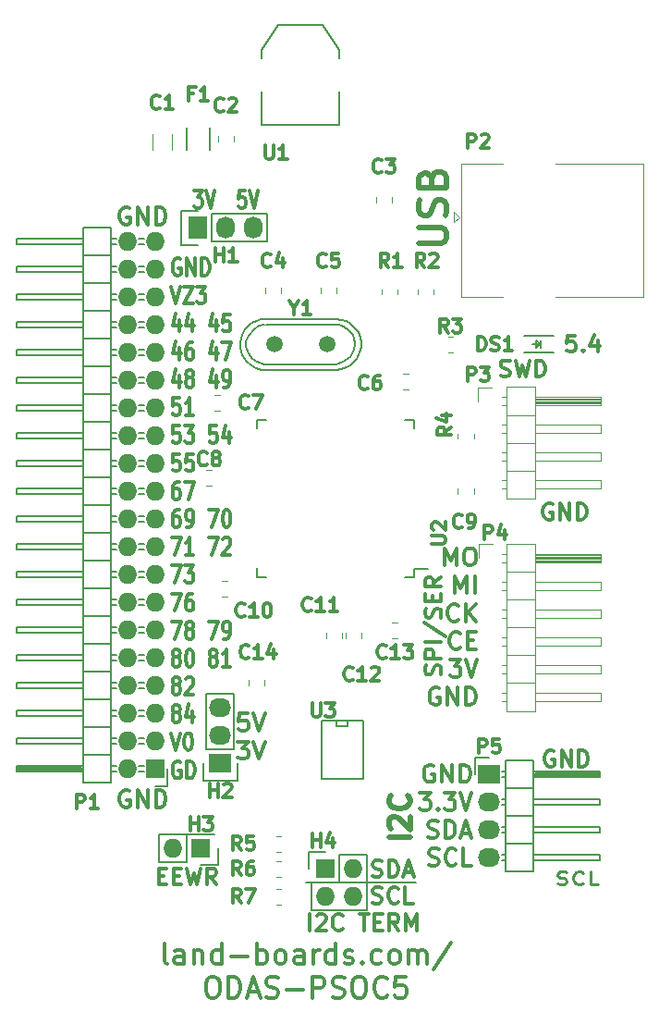
<source format=gto>
%TF.GenerationSoftware,KiCad,Pcbnew,(6.0.1)*%
%TF.CreationDate,2022-09-05T11:30:14-04:00*%
%TF.ProjectId,ODAS-PSOC5,4f444153-2d50-4534-9f43-352e6b696361,5*%
%TF.SameCoordinates,Original*%
%TF.FileFunction,Legend,Top*%
%TF.FilePolarity,Positive*%
%FSLAX46Y46*%
G04 Gerber Fmt 4.6, Leading zero omitted, Abs format (unit mm)*
G04 Created by KiCad (PCBNEW (6.0.1)) date 2022-09-05 11:30:14*
%MOMM*%
%LPD*%
G01*
G04 APERTURE LIST*
%ADD10C,0.200000*%
%ADD11C,0.300000*%
%ADD12C,0.508000*%
%ADD13C,0.349250*%
%ADD14C,0.476250*%
%ADD15C,0.285750*%
%ADD16C,0.317500*%
%ADD17C,0.120000*%
%ADD18C,0.150000*%
%ADD19C,0.127000*%
%ADD20R,1.727200X1.727200*%
%ADD21O,1.727200X1.727200*%
%ADD22R,1.727200X2.032000*%
%ADD23O,1.727200X2.032000*%
%ADD24R,2.032000X1.727200*%
%ADD25O,2.032000X1.727200*%
%ADD26C,1.501140*%
G04 APERTURE END LIST*
D10*
X37338000Y-92964000D02*
X47371000Y-92964000D01*
D11*
X61972428Y-42866571D02*
X61258142Y-42866571D01*
X61186714Y-43580857D01*
X61258142Y-43509428D01*
X61401000Y-43438000D01*
X61758142Y-43438000D01*
X61901000Y-43509428D01*
X61972428Y-43580857D01*
X62043857Y-43723714D01*
X62043857Y-44080857D01*
X61972428Y-44223714D01*
X61901000Y-44295142D01*
X61758142Y-44366571D01*
X61401000Y-44366571D01*
X61258142Y-44295142D01*
X61186714Y-44223714D01*
X62686714Y-44223714D02*
X62758142Y-44295142D01*
X62686714Y-44366571D01*
X62615285Y-44295142D01*
X62686714Y-44223714D01*
X62686714Y-44366571D01*
X64043857Y-43366571D02*
X64043857Y-44366571D01*
X63686714Y-42795142D02*
X63329571Y-43866571D01*
X64258142Y-43866571D01*
X60003428Y-80911000D02*
X59860571Y-80839571D01*
X59646285Y-80839571D01*
X59432000Y-80911000D01*
X59289142Y-81053857D01*
X59217714Y-81196714D01*
X59146285Y-81482428D01*
X59146285Y-81696714D01*
X59217714Y-81982428D01*
X59289142Y-82125285D01*
X59432000Y-82268142D01*
X59646285Y-82339571D01*
X59789142Y-82339571D01*
X60003428Y-82268142D01*
X60074857Y-82196714D01*
X60074857Y-81696714D01*
X59789142Y-81696714D01*
X60717714Y-82339571D02*
X60717714Y-80839571D01*
X61574857Y-82339571D01*
X61574857Y-80839571D01*
X62289142Y-82339571D02*
X62289142Y-80839571D01*
X62646285Y-80839571D01*
X62860571Y-80911000D01*
X63003428Y-81053857D01*
X63074857Y-81196714D01*
X63146285Y-81482428D01*
X63146285Y-81696714D01*
X63074857Y-81982428D01*
X63003428Y-82125285D01*
X62860571Y-82268142D01*
X62646285Y-82339571D01*
X62289142Y-82339571D01*
X27057714Y-29610654D02*
X27800571Y-29610654D01*
X27400571Y-30215416D01*
X27572000Y-30215416D01*
X27686285Y-30291011D01*
X27743428Y-30366607D01*
X27800571Y-30517797D01*
X27800571Y-30895773D01*
X27743428Y-31046964D01*
X27686285Y-31122559D01*
X27572000Y-31198154D01*
X27229142Y-31198154D01*
X27114857Y-31122559D01*
X27057714Y-31046964D01*
X28143428Y-29610654D02*
X28543428Y-31198154D01*
X28943428Y-29610654D01*
X31743428Y-29610654D02*
X31172000Y-29610654D01*
X31114857Y-30366607D01*
X31172000Y-30291011D01*
X31286285Y-30215416D01*
X31572000Y-30215416D01*
X31686285Y-30291011D01*
X31743428Y-30366607D01*
X31800571Y-30517797D01*
X31800571Y-30895773D01*
X31743428Y-31046964D01*
X31686285Y-31122559D01*
X31572000Y-31198154D01*
X31286285Y-31198154D01*
X31172000Y-31122559D01*
X31114857Y-31046964D01*
X32143428Y-29610654D02*
X32543428Y-31198154D01*
X32943428Y-29610654D01*
X21142476Y-31210250D02*
X20991285Y-31134654D01*
X20764500Y-31134654D01*
X20537714Y-31210250D01*
X20386523Y-31361440D01*
X20310928Y-31512630D01*
X20235333Y-31815011D01*
X20235333Y-32041797D01*
X20310928Y-32344178D01*
X20386523Y-32495369D01*
X20537714Y-32646559D01*
X20764500Y-32722154D01*
X20915690Y-32722154D01*
X21142476Y-32646559D01*
X21218071Y-32570964D01*
X21218071Y-32041797D01*
X20915690Y-32041797D01*
X21898428Y-32722154D02*
X21898428Y-31134654D01*
X22805571Y-32722154D01*
X22805571Y-31134654D01*
X23561523Y-32722154D02*
X23561523Y-31134654D01*
X23939500Y-31134654D01*
X24166285Y-31210250D01*
X24317476Y-31361440D01*
X24393071Y-31512630D01*
X24468666Y-31815011D01*
X24468666Y-32041797D01*
X24393071Y-32344178D01*
X24317476Y-32495369D01*
X24166285Y-32646559D01*
X23939500Y-32722154D01*
X23561523Y-32722154D01*
X49008428Y-82240438D02*
X48857238Y-82164842D01*
X48630452Y-82164842D01*
X48403666Y-82240438D01*
X48252476Y-82391628D01*
X48176880Y-82542818D01*
X48101285Y-82845199D01*
X48101285Y-83071985D01*
X48176880Y-83374366D01*
X48252476Y-83525557D01*
X48403666Y-83676747D01*
X48630452Y-83752342D01*
X48781642Y-83752342D01*
X49008428Y-83676747D01*
X49084023Y-83601152D01*
X49084023Y-83071985D01*
X48781642Y-83071985D01*
X49764380Y-83752342D02*
X49764380Y-82164842D01*
X50671523Y-83752342D01*
X50671523Y-82164842D01*
X51427476Y-83752342D02*
X51427476Y-82164842D01*
X51805452Y-82164842D01*
X52032238Y-82240438D01*
X52183428Y-82391628D01*
X52259023Y-82542818D01*
X52334619Y-82845199D01*
X52334619Y-83071985D01*
X52259023Y-83374366D01*
X52183428Y-83525557D01*
X52032238Y-83676747D01*
X51805452Y-83752342D01*
X51427476Y-83752342D01*
X47723309Y-84720717D02*
X48706047Y-84720717D01*
X48176880Y-85325479D01*
X48403666Y-85325479D01*
X48554857Y-85401074D01*
X48630452Y-85476670D01*
X48706047Y-85627860D01*
X48706047Y-86005836D01*
X48630452Y-86157027D01*
X48554857Y-86232622D01*
X48403666Y-86308217D01*
X47950095Y-86308217D01*
X47798904Y-86232622D01*
X47723309Y-86157027D01*
X49386404Y-86157027D02*
X49462000Y-86232622D01*
X49386404Y-86308217D01*
X49310809Y-86232622D01*
X49386404Y-86157027D01*
X49386404Y-86308217D01*
X49991166Y-84720717D02*
X50973904Y-84720717D01*
X50444738Y-85325479D01*
X50671523Y-85325479D01*
X50822714Y-85401074D01*
X50898309Y-85476670D01*
X50973904Y-85627860D01*
X50973904Y-86005836D01*
X50898309Y-86157027D01*
X50822714Y-86232622D01*
X50671523Y-86308217D01*
X50217952Y-86308217D01*
X50066761Y-86232622D01*
X49991166Y-86157027D01*
X51427476Y-84720717D02*
X51956642Y-86308217D01*
X52485809Y-84720717D01*
X48479261Y-88788497D02*
X48706047Y-88864092D01*
X49084023Y-88864092D01*
X49235214Y-88788497D01*
X49310809Y-88712902D01*
X49386404Y-88561711D01*
X49386404Y-88410521D01*
X49310809Y-88259330D01*
X49235214Y-88183735D01*
X49084023Y-88108140D01*
X48781642Y-88032545D01*
X48630452Y-87956949D01*
X48554857Y-87881354D01*
X48479261Y-87730164D01*
X48479261Y-87578973D01*
X48554857Y-87427783D01*
X48630452Y-87352188D01*
X48781642Y-87276592D01*
X49159619Y-87276592D01*
X49386404Y-87352188D01*
X50066761Y-88864092D02*
X50066761Y-87276592D01*
X50444738Y-87276592D01*
X50671523Y-87352188D01*
X50822714Y-87503378D01*
X50898309Y-87654568D01*
X50973904Y-87956949D01*
X50973904Y-88183735D01*
X50898309Y-88486116D01*
X50822714Y-88637307D01*
X50671523Y-88788497D01*
X50444738Y-88864092D01*
X50066761Y-88864092D01*
X51578666Y-88410521D02*
X52334619Y-88410521D01*
X51427476Y-88864092D02*
X51956642Y-87276592D01*
X52485809Y-88864092D01*
X48554857Y-91344372D02*
X48781642Y-91419967D01*
X49159619Y-91419967D01*
X49310809Y-91344372D01*
X49386404Y-91268777D01*
X49462000Y-91117586D01*
X49462000Y-90966396D01*
X49386404Y-90815205D01*
X49310809Y-90739610D01*
X49159619Y-90664015D01*
X48857238Y-90588420D01*
X48706047Y-90512824D01*
X48630452Y-90437229D01*
X48554857Y-90286039D01*
X48554857Y-90134848D01*
X48630452Y-89983658D01*
X48706047Y-89908063D01*
X48857238Y-89832467D01*
X49235214Y-89832467D01*
X49462000Y-89908063D01*
X51049500Y-91268777D02*
X50973904Y-91344372D01*
X50747119Y-91419967D01*
X50595928Y-91419967D01*
X50369142Y-91344372D01*
X50217952Y-91193182D01*
X50142357Y-91041991D01*
X50066761Y-90739610D01*
X50066761Y-90512824D01*
X50142357Y-90210443D01*
X50217952Y-90059253D01*
X50369142Y-89908063D01*
X50595928Y-89832467D01*
X50747119Y-89832467D01*
X50973904Y-89908063D01*
X51049500Y-89983658D01*
X52485809Y-91419967D02*
X51729857Y-91419967D01*
X51729857Y-89832467D01*
X55137857Y-46581142D02*
X55352142Y-46652571D01*
X55709285Y-46652571D01*
X55852142Y-46581142D01*
X55923571Y-46509714D01*
X55995000Y-46366857D01*
X55995000Y-46224000D01*
X55923571Y-46081142D01*
X55852142Y-46009714D01*
X55709285Y-45938285D01*
X55423571Y-45866857D01*
X55280714Y-45795428D01*
X55209285Y-45724000D01*
X55137857Y-45581142D01*
X55137857Y-45438285D01*
X55209285Y-45295428D01*
X55280714Y-45224000D01*
X55423571Y-45152571D01*
X55780714Y-45152571D01*
X55995000Y-45224000D01*
X56495000Y-45152571D02*
X56852142Y-46652571D01*
X57137857Y-45581142D01*
X57423571Y-46652571D01*
X57780714Y-45152571D01*
X58352142Y-46652571D02*
X58352142Y-45152571D01*
X58709285Y-45152571D01*
X58923571Y-45224000D01*
X59066428Y-45366857D01*
X59137857Y-45509714D01*
X59209285Y-45795428D01*
X59209285Y-46009714D01*
X59137857Y-46295428D01*
X59066428Y-46438285D01*
X58923571Y-46581142D01*
X58709285Y-46652571D01*
X58352142Y-46652571D01*
X25800619Y-35893375D02*
X25679666Y-35817779D01*
X25498238Y-35817779D01*
X25316809Y-35893375D01*
X25195857Y-36044565D01*
X25135380Y-36195755D01*
X25074904Y-36498136D01*
X25074904Y-36724922D01*
X25135380Y-37027303D01*
X25195857Y-37178494D01*
X25316809Y-37329684D01*
X25498238Y-37405279D01*
X25619190Y-37405279D01*
X25800619Y-37329684D01*
X25861095Y-37254089D01*
X25861095Y-36724922D01*
X25619190Y-36724922D01*
X26405380Y-37405279D02*
X26405380Y-35817779D01*
X27131095Y-37405279D01*
X27131095Y-35817779D01*
X27735857Y-37405279D02*
X27735857Y-35817779D01*
X28038238Y-35817779D01*
X28219666Y-35893375D01*
X28340619Y-36044565D01*
X28401095Y-36195755D01*
X28461571Y-36498136D01*
X28461571Y-36724922D01*
X28401095Y-37027303D01*
X28340619Y-37178494D01*
X28219666Y-37329684D01*
X28038238Y-37405279D01*
X27735857Y-37405279D01*
X24953952Y-38373654D02*
X25377285Y-39961154D01*
X25800619Y-38373654D01*
X26103000Y-38373654D02*
X26949666Y-38373654D01*
X26103000Y-39961154D01*
X26949666Y-39961154D01*
X27312523Y-38373654D02*
X28098714Y-38373654D01*
X27675380Y-38978416D01*
X27856809Y-38978416D01*
X27977761Y-39054011D01*
X28038238Y-39129607D01*
X28098714Y-39280797D01*
X28098714Y-39658773D01*
X28038238Y-39809964D01*
X27977761Y-39885559D01*
X27856809Y-39961154D01*
X27493952Y-39961154D01*
X27373000Y-39885559D01*
X27312523Y-39809964D01*
X25679666Y-41458696D02*
X25679666Y-42517029D01*
X25377285Y-40853934D02*
X25074904Y-41987863D01*
X25861095Y-41987863D01*
X26889190Y-41458696D02*
X26889190Y-42517029D01*
X26586809Y-40853934D02*
X26284428Y-41987863D01*
X27070619Y-41987863D01*
X29066333Y-41458696D02*
X29066333Y-42517029D01*
X28763952Y-40853934D02*
X28461571Y-41987863D01*
X29247761Y-41987863D01*
X30336333Y-40929529D02*
X29731571Y-40929529D01*
X29671095Y-41685482D01*
X29731571Y-41609886D01*
X29852523Y-41534291D01*
X30154904Y-41534291D01*
X30275857Y-41609886D01*
X30336333Y-41685482D01*
X30396809Y-41836672D01*
X30396809Y-42214648D01*
X30336333Y-42365839D01*
X30275857Y-42441434D01*
X30154904Y-42517029D01*
X29852523Y-42517029D01*
X29731571Y-42441434D01*
X29671095Y-42365839D01*
X25679666Y-44014571D02*
X25679666Y-45072904D01*
X25377285Y-43409809D02*
X25074904Y-44543738D01*
X25861095Y-44543738D01*
X26889190Y-43485404D02*
X26647285Y-43485404D01*
X26526333Y-43561000D01*
X26465857Y-43636595D01*
X26344904Y-43863380D01*
X26284428Y-44165761D01*
X26284428Y-44770523D01*
X26344904Y-44921714D01*
X26405380Y-44997309D01*
X26526333Y-45072904D01*
X26768238Y-45072904D01*
X26889190Y-44997309D01*
X26949666Y-44921714D01*
X27010142Y-44770523D01*
X27010142Y-44392547D01*
X26949666Y-44241357D01*
X26889190Y-44165761D01*
X26768238Y-44090166D01*
X26526333Y-44090166D01*
X26405380Y-44165761D01*
X26344904Y-44241357D01*
X26284428Y-44392547D01*
X29066333Y-44014571D02*
X29066333Y-45072904D01*
X28763952Y-43409809D02*
X28461571Y-44543738D01*
X29247761Y-44543738D01*
X29610619Y-43485404D02*
X30457285Y-43485404D01*
X29913000Y-45072904D01*
X25679666Y-46570446D02*
X25679666Y-47628779D01*
X25377285Y-45965684D02*
X25074904Y-47099613D01*
X25861095Y-47099613D01*
X26526333Y-46721636D02*
X26405380Y-46646041D01*
X26344904Y-46570446D01*
X26284428Y-46419255D01*
X26284428Y-46343660D01*
X26344904Y-46192470D01*
X26405380Y-46116875D01*
X26526333Y-46041279D01*
X26768238Y-46041279D01*
X26889190Y-46116875D01*
X26949666Y-46192470D01*
X27010142Y-46343660D01*
X27010142Y-46419255D01*
X26949666Y-46570446D01*
X26889190Y-46646041D01*
X26768238Y-46721636D01*
X26526333Y-46721636D01*
X26405380Y-46797232D01*
X26344904Y-46872827D01*
X26284428Y-47024017D01*
X26284428Y-47326398D01*
X26344904Y-47477589D01*
X26405380Y-47553184D01*
X26526333Y-47628779D01*
X26768238Y-47628779D01*
X26889190Y-47553184D01*
X26949666Y-47477589D01*
X27010142Y-47326398D01*
X27010142Y-47024017D01*
X26949666Y-46872827D01*
X26889190Y-46797232D01*
X26768238Y-46721636D01*
X29066333Y-46570446D02*
X29066333Y-47628779D01*
X28763952Y-45965684D02*
X28461571Y-47099613D01*
X29247761Y-47099613D01*
X29792047Y-47628779D02*
X30033952Y-47628779D01*
X30154904Y-47553184D01*
X30215380Y-47477589D01*
X30336333Y-47250803D01*
X30396809Y-46948422D01*
X30396809Y-46343660D01*
X30336333Y-46192470D01*
X30275857Y-46116875D01*
X30154904Y-46041279D01*
X29913000Y-46041279D01*
X29792047Y-46116875D01*
X29731571Y-46192470D01*
X29671095Y-46343660D01*
X29671095Y-46721636D01*
X29731571Y-46872827D01*
X29792047Y-46948422D01*
X29913000Y-47024017D01*
X30154904Y-47024017D01*
X30275857Y-46948422D01*
X30336333Y-46872827D01*
X30396809Y-46721636D01*
X25740142Y-48597154D02*
X25135380Y-48597154D01*
X25074904Y-49353107D01*
X25135380Y-49277511D01*
X25256333Y-49201916D01*
X25558714Y-49201916D01*
X25679666Y-49277511D01*
X25740142Y-49353107D01*
X25800619Y-49504297D01*
X25800619Y-49882273D01*
X25740142Y-50033464D01*
X25679666Y-50109059D01*
X25558714Y-50184654D01*
X25256333Y-50184654D01*
X25135380Y-50109059D01*
X25074904Y-50033464D01*
X27010142Y-50184654D02*
X26284428Y-50184654D01*
X26647285Y-50184654D02*
X26647285Y-48597154D01*
X26526333Y-48823940D01*
X26405380Y-48975130D01*
X26284428Y-49050726D01*
X25740142Y-51153029D02*
X25135380Y-51153029D01*
X25074904Y-51908982D01*
X25135380Y-51833386D01*
X25256333Y-51757791D01*
X25558714Y-51757791D01*
X25679666Y-51833386D01*
X25740142Y-51908982D01*
X25800619Y-52060172D01*
X25800619Y-52438148D01*
X25740142Y-52589339D01*
X25679666Y-52664934D01*
X25558714Y-52740529D01*
X25256333Y-52740529D01*
X25135380Y-52664934D01*
X25074904Y-52589339D01*
X26223952Y-51153029D02*
X27010142Y-51153029D01*
X26586809Y-51757791D01*
X26768238Y-51757791D01*
X26889190Y-51833386D01*
X26949666Y-51908982D01*
X27010142Y-52060172D01*
X27010142Y-52438148D01*
X26949666Y-52589339D01*
X26889190Y-52664934D01*
X26768238Y-52740529D01*
X26405380Y-52740529D01*
X26284428Y-52664934D01*
X26223952Y-52589339D01*
X29126809Y-51153029D02*
X28522047Y-51153029D01*
X28461571Y-51908982D01*
X28522047Y-51833386D01*
X28643000Y-51757791D01*
X28945380Y-51757791D01*
X29066333Y-51833386D01*
X29126809Y-51908982D01*
X29187285Y-52060172D01*
X29187285Y-52438148D01*
X29126809Y-52589339D01*
X29066333Y-52664934D01*
X28945380Y-52740529D01*
X28643000Y-52740529D01*
X28522047Y-52664934D01*
X28461571Y-52589339D01*
X30275857Y-51682196D02*
X30275857Y-52740529D01*
X29973476Y-51077434D02*
X29671095Y-52211363D01*
X30457285Y-52211363D01*
X25740142Y-53708904D02*
X25135380Y-53708904D01*
X25074904Y-54464857D01*
X25135380Y-54389261D01*
X25256333Y-54313666D01*
X25558714Y-54313666D01*
X25679666Y-54389261D01*
X25740142Y-54464857D01*
X25800619Y-54616047D01*
X25800619Y-54994023D01*
X25740142Y-55145214D01*
X25679666Y-55220809D01*
X25558714Y-55296404D01*
X25256333Y-55296404D01*
X25135380Y-55220809D01*
X25074904Y-55145214D01*
X26949666Y-53708904D02*
X26344904Y-53708904D01*
X26284428Y-54464857D01*
X26344904Y-54389261D01*
X26465857Y-54313666D01*
X26768238Y-54313666D01*
X26889190Y-54389261D01*
X26949666Y-54464857D01*
X27010142Y-54616047D01*
X27010142Y-54994023D01*
X26949666Y-55145214D01*
X26889190Y-55220809D01*
X26768238Y-55296404D01*
X26465857Y-55296404D01*
X26344904Y-55220809D01*
X26284428Y-55145214D01*
X25679666Y-56264779D02*
X25437761Y-56264779D01*
X25316809Y-56340375D01*
X25256333Y-56415970D01*
X25135380Y-56642755D01*
X25074904Y-56945136D01*
X25074904Y-57549898D01*
X25135380Y-57701089D01*
X25195857Y-57776684D01*
X25316809Y-57852279D01*
X25558714Y-57852279D01*
X25679666Y-57776684D01*
X25740142Y-57701089D01*
X25800619Y-57549898D01*
X25800619Y-57171922D01*
X25740142Y-57020732D01*
X25679666Y-56945136D01*
X25558714Y-56869541D01*
X25316809Y-56869541D01*
X25195857Y-56945136D01*
X25135380Y-57020732D01*
X25074904Y-57171922D01*
X26223952Y-56264779D02*
X27070619Y-56264779D01*
X26526333Y-57852279D01*
X25679666Y-58820654D02*
X25437761Y-58820654D01*
X25316809Y-58896250D01*
X25256333Y-58971845D01*
X25135380Y-59198630D01*
X25074904Y-59501011D01*
X25074904Y-60105773D01*
X25135380Y-60256964D01*
X25195857Y-60332559D01*
X25316809Y-60408154D01*
X25558714Y-60408154D01*
X25679666Y-60332559D01*
X25740142Y-60256964D01*
X25800619Y-60105773D01*
X25800619Y-59727797D01*
X25740142Y-59576607D01*
X25679666Y-59501011D01*
X25558714Y-59425416D01*
X25316809Y-59425416D01*
X25195857Y-59501011D01*
X25135380Y-59576607D01*
X25074904Y-59727797D01*
X26405380Y-60408154D02*
X26647285Y-60408154D01*
X26768238Y-60332559D01*
X26828714Y-60256964D01*
X26949666Y-60030178D01*
X27010142Y-59727797D01*
X27010142Y-59123035D01*
X26949666Y-58971845D01*
X26889190Y-58896250D01*
X26768238Y-58820654D01*
X26526333Y-58820654D01*
X26405380Y-58896250D01*
X26344904Y-58971845D01*
X26284428Y-59123035D01*
X26284428Y-59501011D01*
X26344904Y-59652202D01*
X26405380Y-59727797D01*
X26526333Y-59803392D01*
X26768238Y-59803392D01*
X26889190Y-59727797D01*
X26949666Y-59652202D01*
X27010142Y-59501011D01*
X28401095Y-58820654D02*
X29247761Y-58820654D01*
X28703476Y-60408154D01*
X29973476Y-58820654D02*
X30094428Y-58820654D01*
X30215380Y-58896250D01*
X30275857Y-58971845D01*
X30336333Y-59123035D01*
X30396809Y-59425416D01*
X30396809Y-59803392D01*
X30336333Y-60105773D01*
X30275857Y-60256964D01*
X30215380Y-60332559D01*
X30094428Y-60408154D01*
X29973476Y-60408154D01*
X29852523Y-60332559D01*
X29792047Y-60256964D01*
X29731571Y-60105773D01*
X29671095Y-59803392D01*
X29671095Y-59425416D01*
X29731571Y-59123035D01*
X29792047Y-58971845D01*
X29852523Y-58896250D01*
X29973476Y-58820654D01*
X25014428Y-61376529D02*
X25861095Y-61376529D01*
X25316809Y-62964029D01*
X27010142Y-62964029D02*
X26284428Y-62964029D01*
X26647285Y-62964029D02*
X26647285Y-61376529D01*
X26526333Y-61603315D01*
X26405380Y-61754505D01*
X26284428Y-61830101D01*
X28401095Y-61376529D02*
X29247761Y-61376529D01*
X28703476Y-62964029D01*
X29671095Y-61527720D02*
X29731571Y-61452125D01*
X29852523Y-61376529D01*
X30154904Y-61376529D01*
X30275857Y-61452125D01*
X30336333Y-61527720D01*
X30396809Y-61678910D01*
X30396809Y-61830101D01*
X30336333Y-62056886D01*
X29610619Y-62964029D01*
X30396809Y-62964029D01*
X25014428Y-63932404D02*
X25861095Y-63932404D01*
X25316809Y-65519904D01*
X26223952Y-63932404D02*
X27010142Y-63932404D01*
X26586809Y-64537166D01*
X26768238Y-64537166D01*
X26889190Y-64612761D01*
X26949666Y-64688357D01*
X27010142Y-64839547D01*
X27010142Y-65217523D01*
X26949666Y-65368714D01*
X26889190Y-65444309D01*
X26768238Y-65519904D01*
X26405380Y-65519904D01*
X26284428Y-65444309D01*
X26223952Y-65368714D01*
X25014428Y-66488279D02*
X25861095Y-66488279D01*
X25316809Y-68075779D01*
X26889190Y-66488279D02*
X26647285Y-66488279D01*
X26526333Y-66563875D01*
X26465857Y-66639470D01*
X26344904Y-66866255D01*
X26284428Y-67168636D01*
X26284428Y-67773398D01*
X26344904Y-67924589D01*
X26405380Y-68000184D01*
X26526333Y-68075779D01*
X26768238Y-68075779D01*
X26889190Y-68000184D01*
X26949666Y-67924589D01*
X27010142Y-67773398D01*
X27010142Y-67395422D01*
X26949666Y-67244232D01*
X26889190Y-67168636D01*
X26768238Y-67093041D01*
X26526333Y-67093041D01*
X26405380Y-67168636D01*
X26344904Y-67244232D01*
X26284428Y-67395422D01*
X25014428Y-69044154D02*
X25861095Y-69044154D01*
X25316809Y-70631654D01*
X26526333Y-69724511D02*
X26405380Y-69648916D01*
X26344904Y-69573321D01*
X26284428Y-69422130D01*
X26284428Y-69346535D01*
X26344904Y-69195345D01*
X26405380Y-69119750D01*
X26526333Y-69044154D01*
X26768238Y-69044154D01*
X26889190Y-69119750D01*
X26949666Y-69195345D01*
X27010142Y-69346535D01*
X27010142Y-69422130D01*
X26949666Y-69573321D01*
X26889190Y-69648916D01*
X26768238Y-69724511D01*
X26526333Y-69724511D01*
X26405380Y-69800107D01*
X26344904Y-69875702D01*
X26284428Y-70026892D01*
X26284428Y-70329273D01*
X26344904Y-70480464D01*
X26405380Y-70556059D01*
X26526333Y-70631654D01*
X26768238Y-70631654D01*
X26889190Y-70556059D01*
X26949666Y-70480464D01*
X27010142Y-70329273D01*
X27010142Y-70026892D01*
X26949666Y-69875702D01*
X26889190Y-69800107D01*
X26768238Y-69724511D01*
X28401095Y-69044154D02*
X29247761Y-69044154D01*
X28703476Y-70631654D01*
X29792047Y-70631654D02*
X30033952Y-70631654D01*
X30154904Y-70556059D01*
X30215380Y-70480464D01*
X30336333Y-70253678D01*
X30396809Y-69951297D01*
X30396809Y-69346535D01*
X30336333Y-69195345D01*
X30275857Y-69119750D01*
X30154904Y-69044154D01*
X29913000Y-69044154D01*
X29792047Y-69119750D01*
X29731571Y-69195345D01*
X29671095Y-69346535D01*
X29671095Y-69724511D01*
X29731571Y-69875702D01*
X29792047Y-69951297D01*
X29913000Y-70026892D01*
X30154904Y-70026892D01*
X30275857Y-69951297D01*
X30336333Y-69875702D01*
X30396809Y-69724511D01*
X25316809Y-72280386D02*
X25195857Y-72204791D01*
X25135380Y-72129196D01*
X25074904Y-71978005D01*
X25074904Y-71902410D01*
X25135380Y-71751220D01*
X25195857Y-71675625D01*
X25316809Y-71600029D01*
X25558714Y-71600029D01*
X25679666Y-71675625D01*
X25740142Y-71751220D01*
X25800619Y-71902410D01*
X25800619Y-71978005D01*
X25740142Y-72129196D01*
X25679666Y-72204791D01*
X25558714Y-72280386D01*
X25316809Y-72280386D01*
X25195857Y-72355982D01*
X25135380Y-72431577D01*
X25074904Y-72582767D01*
X25074904Y-72885148D01*
X25135380Y-73036339D01*
X25195857Y-73111934D01*
X25316809Y-73187529D01*
X25558714Y-73187529D01*
X25679666Y-73111934D01*
X25740142Y-73036339D01*
X25800619Y-72885148D01*
X25800619Y-72582767D01*
X25740142Y-72431577D01*
X25679666Y-72355982D01*
X25558714Y-72280386D01*
X26586809Y-71600029D02*
X26707761Y-71600029D01*
X26828714Y-71675625D01*
X26889190Y-71751220D01*
X26949666Y-71902410D01*
X27010142Y-72204791D01*
X27010142Y-72582767D01*
X26949666Y-72885148D01*
X26889190Y-73036339D01*
X26828714Y-73111934D01*
X26707761Y-73187529D01*
X26586809Y-73187529D01*
X26465857Y-73111934D01*
X26405380Y-73036339D01*
X26344904Y-72885148D01*
X26284428Y-72582767D01*
X26284428Y-72204791D01*
X26344904Y-71902410D01*
X26405380Y-71751220D01*
X26465857Y-71675625D01*
X26586809Y-71600029D01*
X28703476Y-72280386D02*
X28582523Y-72204791D01*
X28522047Y-72129196D01*
X28461571Y-71978005D01*
X28461571Y-71902410D01*
X28522047Y-71751220D01*
X28582523Y-71675625D01*
X28703476Y-71600029D01*
X28945380Y-71600029D01*
X29066333Y-71675625D01*
X29126809Y-71751220D01*
X29187285Y-71902410D01*
X29187285Y-71978005D01*
X29126809Y-72129196D01*
X29066333Y-72204791D01*
X28945380Y-72280386D01*
X28703476Y-72280386D01*
X28582523Y-72355982D01*
X28522047Y-72431577D01*
X28461571Y-72582767D01*
X28461571Y-72885148D01*
X28522047Y-73036339D01*
X28582523Y-73111934D01*
X28703476Y-73187529D01*
X28945380Y-73187529D01*
X29066333Y-73111934D01*
X29126809Y-73036339D01*
X29187285Y-72885148D01*
X29187285Y-72582767D01*
X29126809Y-72431577D01*
X29066333Y-72355982D01*
X28945380Y-72280386D01*
X30396809Y-73187529D02*
X29671095Y-73187529D01*
X30033952Y-73187529D02*
X30033952Y-71600029D01*
X29913000Y-71826815D01*
X29792047Y-71978005D01*
X29671095Y-72053601D01*
X25316809Y-74836261D02*
X25195857Y-74760666D01*
X25135380Y-74685071D01*
X25074904Y-74533880D01*
X25074904Y-74458285D01*
X25135380Y-74307095D01*
X25195857Y-74231500D01*
X25316809Y-74155904D01*
X25558714Y-74155904D01*
X25679666Y-74231500D01*
X25740142Y-74307095D01*
X25800619Y-74458285D01*
X25800619Y-74533880D01*
X25740142Y-74685071D01*
X25679666Y-74760666D01*
X25558714Y-74836261D01*
X25316809Y-74836261D01*
X25195857Y-74911857D01*
X25135380Y-74987452D01*
X25074904Y-75138642D01*
X25074904Y-75441023D01*
X25135380Y-75592214D01*
X25195857Y-75667809D01*
X25316809Y-75743404D01*
X25558714Y-75743404D01*
X25679666Y-75667809D01*
X25740142Y-75592214D01*
X25800619Y-75441023D01*
X25800619Y-75138642D01*
X25740142Y-74987452D01*
X25679666Y-74911857D01*
X25558714Y-74836261D01*
X26284428Y-74307095D02*
X26344904Y-74231500D01*
X26465857Y-74155904D01*
X26768238Y-74155904D01*
X26889190Y-74231500D01*
X26949666Y-74307095D01*
X27010142Y-74458285D01*
X27010142Y-74609476D01*
X26949666Y-74836261D01*
X26223952Y-75743404D01*
X27010142Y-75743404D01*
X25316809Y-77392136D02*
X25195857Y-77316541D01*
X25135380Y-77240946D01*
X25074904Y-77089755D01*
X25074904Y-77014160D01*
X25135380Y-76862970D01*
X25195857Y-76787375D01*
X25316809Y-76711779D01*
X25558714Y-76711779D01*
X25679666Y-76787375D01*
X25740142Y-76862970D01*
X25800619Y-77014160D01*
X25800619Y-77089755D01*
X25740142Y-77240946D01*
X25679666Y-77316541D01*
X25558714Y-77392136D01*
X25316809Y-77392136D01*
X25195857Y-77467732D01*
X25135380Y-77543327D01*
X25074904Y-77694517D01*
X25074904Y-77996898D01*
X25135380Y-78148089D01*
X25195857Y-78223684D01*
X25316809Y-78299279D01*
X25558714Y-78299279D01*
X25679666Y-78223684D01*
X25740142Y-78148089D01*
X25800619Y-77996898D01*
X25800619Y-77694517D01*
X25740142Y-77543327D01*
X25679666Y-77467732D01*
X25558714Y-77392136D01*
X26889190Y-77240946D02*
X26889190Y-78299279D01*
X26586809Y-76636184D02*
X26284428Y-77770113D01*
X27070619Y-77770113D01*
X24953952Y-79267654D02*
X25377285Y-80855154D01*
X25800619Y-79267654D01*
X26465857Y-79267654D02*
X26586809Y-79267654D01*
X26707761Y-79343250D01*
X26768238Y-79418845D01*
X26828714Y-79570035D01*
X26889190Y-79872416D01*
X26889190Y-80250392D01*
X26828714Y-80552773D01*
X26768238Y-80703964D01*
X26707761Y-80779559D01*
X26586809Y-80855154D01*
X26465857Y-80855154D01*
X26344904Y-80779559D01*
X26284428Y-80703964D01*
X26223952Y-80552773D01*
X26163476Y-80250392D01*
X26163476Y-79872416D01*
X26223952Y-79570035D01*
X26284428Y-79418845D01*
X26344904Y-79343250D01*
X26465857Y-79267654D01*
X25800619Y-81899125D02*
X25679666Y-81823529D01*
X25498238Y-81823529D01*
X25316809Y-81899125D01*
X25195857Y-82050315D01*
X25135380Y-82201505D01*
X25074904Y-82503886D01*
X25074904Y-82730672D01*
X25135380Y-83033053D01*
X25195857Y-83184244D01*
X25316809Y-83335434D01*
X25498238Y-83411029D01*
X25619190Y-83411029D01*
X25800619Y-83335434D01*
X25861095Y-83259839D01*
X25861095Y-82730672D01*
X25619190Y-82730672D01*
X26405380Y-83411029D02*
X26405380Y-81823529D01*
X26707761Y-81823529D01*
X26889190Y-81899125D01*
X27010142Y-82050315D01*
X27070619Y-82201505D01*
X27131095Y-82503886D01*
X27131095Y-82730672D01*
X27070619Y-83033053D01*
X27010142Y-83184244D01*
X26889190Y-83335434D01*
X26707761Y-83411029D01*
X26405380Y-83411029D01*
X43406714Y-92363642D02*
X43621000Y-92435071D01*
X43978142Y-92435071D01*
X44121000Y-92363642D01*
X44192428Y-92292214D01*
X44263857Y-92149357D01*
X44263857Y-92006500D01*
X44192428Y-91863642D01*
X44121000Y-91792214D01*
X43978142Y-91720785D01*
X43692428Y-91649357D01*
X43549571Y-91577928D01*
X43478142Y-91506500D01*
X43406714Y-91363642D01*
X43406714Y-91220785D01*
X43478142Y-91077928D01*
X43549571Y-91006500D01*
X43692428Y-90935071D01*
X44049571Y-90935071D01*
X44263857Y-91006500D01*
X44906714Y-92435071D02*
X44906714Y-90935071D01*
X45263857Y-90935071D01*
X45478142Y-91006500D01*
X45621000Y-91149357D01*
X45692428Y-91292214D01*
X45763857Y-91577928D01*
X45763857Y-91792214D01*
X45692428Y-92077928D01*
X45621000Y-92220785D01*
X45478142Y-92363642D01*
X45263857Y-92435071D01*
X44906714Y-92435071D01*
X46335285Y-92006500D02*
X47049571Y-92006500D01*
X46192428Y-92435071D02*
X46692428Y-90935071D01*
X47192428Y-92435071D01*
X43406714Y-94778642D02*
X43621000Y-94850071D01*
X43978142Y-94850071D01*
X44121000Y-94778642D01*
X44192428Y-94707214D01*
X44263857Y-94564357D01*
X44263857Y-94421500D01*
X44192428Y-94278642D01*
X44121000Y-94207214D01*
X43978142Y-94135785D01*
X43692428Y-94064357D01*
X43549571Y-93992928D01*
X43478142Y-93921500D01*
X43406714Y-93778642D01*
X43406714Y-93635785D01*
X43478142Y-93492928D01*
X43549571Y-93421500D01*
X43692428Y-93350071D01*
X44049571Y-93350071D01*
X44263857Y-93421500D01*
X45763857Y-94707214D02*
X45692428Y-94778642D01*
X45478142Y-94850071D01*
X45335285Y-94850071D01*
X45121000Y-94778642D01*
X44978142Y-94635785D01*
X44906714Y-94492928D01*
X44835285Y-94207214D01*
X44835285Y-93992928D01*
X44906714Y-93707214D01*
X44978142Y-93564357D01*
X45121000Y-93421500D01*
X45335285Y-93350071D01*
X45478142Y-93350071D01*
X45692428Y-93421500D01*
X45763857Y-93492928D01*
X47121000Y-94850071D02*
X46406714Y-94850071D01*
X46406714Y-93350071D01*
X59876428Y-58305000D02*
X59733571Y-58233571D01*
X59519285Y-58233571D01*
X59305000Y-58305000D01*
X59162142Y-58447857D01*
X59090714Y-58590714D01*
X59019285Y-58876428D01*
X59019285Y-59090714D01*
X59090714Y-59376428D01*
X59162142Y-59519285D01*
X59305000Y-59662142D01*
X59519285Y-59733571D01*
X59662142Y-59733571D01*
X59876428Y-59662142D01*
X59947857Y-59590714D01*
X59947857Y-59090714D01*
X59662142Y-59090714D01*
X60590714Y-59733571D02*
X60590714Y-58233571D01*
X61447857Y-59733571D01*
X61447857Y-58233571D01*
X62162142Y-59733571D02*
X62162142Y-58233571D01*
X62519285Y-58233571D01*
X62733571Y-58305000D01*
X62876428Y-58447857D01*
X62947857Y-58590714D01*
X63019285Y-58876428D01*
X63019285Y-59090714D01*
X62947857Y-59376428D01*
X62876428Y-59519285D01*
X62733571Y-59662142D01*
X62519285Y-59733571D01*
X62162142Y-59733571D01*
D12*
X47631047Y-34447238D02*
X49687238Y-34447238D01*
X49929142Y-34326285D01*
X50050095Y-34205333D01*
X50171047Y-33963428D01*
X50171047Y-33479619D01*
X50050095Y-33237714D01*
X49929142Y-33116761D01*
X49687238Y-32995809D01*
X47631047Y-32995809D01*
X50050095Y-31907238D02*
X50171047Y-31544380D01*
X50171047Y-30939619D01*
X50050095Y-30697714D01*
X49929142Y-30576761D01*
X49687238Y-30455809D01*
X49445333Y-30455809D01*
X49203428Y-30576761D01*
X49082476Y-30697714D01*
X48961523Y-30939619D01*
X48840571Y-31423428D01*
X48719619Y-31665333D01*
X48598666Y-31786285D01*
X48356761Y-31907238D01*
X48114857Y-31907238D01*
X47872952Y-31786285D01*
X47752000Y-31665333D01*
X47631047Y-31423428D01*
X47631047Y-30818666D01*
X47752000Y-30455809D01*
X48840571Y-28520571D02*
X48961523Y-28157714D01*
X49082476Y-28036761D01*
X49324380Y-27915809D01*
X49687238Y-27915809D01*
X49929142Y-28036761D01*
X50050095Y-28157714D01*
X50171047Y-28399619D01*
X50171047Y-29367238D01*
X47631047Y-29367238D01*
X47631047Y-28520571D01*
X47752000Y-28278666D01*
X47872952Y-28157714D01*
X48114857Y-28036761D01*
X48356761Y-28036761D01*
X48598666Y-28157714D01*
X48719619Y-28278666D01*
X48840571Y-28520571D01*
X48840571Y-29367238D01*
D11*
X31955619Y-77481717D02*
X31199666Y-77481717D01*
X31124071Y-78237670D01*
X31199666Y-78162074D01*
X31350857Y-78086479D01*
X31728833Y-78086479D01*
X31880023Y-78162074D01*
X31955619Y-78237670D01*
X32031214Y-78388860D01*
X32031214Y-78766836D01*
X31955619Y-78918027D01*
X31880023Y-78993622D01*
X31728833Y-79069217D01*
X31350857Y-79069217D01*
X31199666Y-78993622D01*
X31124071Y-78918027D01*
X32484785Y-77481717D02*
X33013952Y-79069217D01*
X33543119Y-77481717D01*
X31048476Y-80037592D02*
X32031214Y-80037592D01*
X31502047Y-80642354D01*
X31728833Y-80642354D01*
X31880023Y-80717949D01*
X31955619Y-80793545D01*
X32031214Y-80944735D01*
X32031214Y-81322711D01*
X31955619Y-81473902D01*
X31880023Y-81549497D01*
X31728833Y-81625092D01*
X31275261Y-81625092D01*
X31124071Y-81549497D01*
X31048476Y-81473902D01*
X32484785Y-80037592D02*
X33013952Y-81625092D01*
X33543119Y-80037592D01*
X37652142Y-97325571D02*
X37652142Y-95825571D01*
X38295000Y-95968428D02*
X38366428Y-95897000D01*
X38509285Y-95825571D01*
X38866428Y-95825571D01*
X39009285Y-95897000D01*
X39080714Y-95968428D01*
X39152142Y-96111285D01*
X39152142Y-96254142D01*
X39080714Y-96468428D01*
X38223571Y-97325571D01*
X39152142Y-97325571D01*
X40652142Y-97182714D02*
X40580714Y-97254142D01*
X40366428Y-97325571D01*
X40223571Y-97325571D01*
X40009285Y-97254142D01*
X39866428Y-97111285D01*
X39795000Y-96968428D01*
X39723571Y-96682714D01*
X39723571Y-96468428D01*
X39795000Y-96182714D01*
X39866428Y-96039857D01*
X40009285Y-95897000D01*
X40223571Y-95825571D01*
X40366428Y-95825571D01*
X40580714Y-95897000D01*
X40652142Y-95968428D01*
X42223571Y-95825571D02*
X43080714Y-95825571D01*
X42652142Y-97325571D02*
X42652142Y-95825571D01*
X43580714Y-96539857D02*
X44080714Y-96539857D01*
X44295000Y-97325571D02*
X43580714Y-97325571D01*
X43580714Y-95825571D01*
X44295000Y-95825571D01*
X45795000Y-97325571D02*
X45295000Y-96611285D01*
X44937857Y-97325571D02*
X44937857Y-95825571D01*
X45509285Y-95825571D01*
X45652142Y-95897000D01*
X45723571Y-95968428D01*
X45795000Y-96111285D01*
X45795000Y-96325571D01*
X45723571Y-96468428D01*
X45652142Y-96539857D01*
X45509285Y-96611285D01*
X44937857Y-96611285D01*
X46437857Y-97325571D02*
X46437857Y-95825571D01*
X46937857Y-96897000D01*
X47437857Y-95825571D01*
X47437857Y-97325571D01*
D13*
X24592642Y-100420260D02*
X24411214Y-100329546D01*
X24320499Y-100148117D01*
X24320499Y-98515260D01*
X26134785Y-100420260D02*
X26134785Y-99422403D01*
X26044071Y-99240975D01*
X25862642Y-99150260D01*
X25499785Y-99150260D01*
X25318357Y-99240975D01*
X26134785Y-100329546D02*
X25953357Y-100420260D01*
X25499785Y-100420260D01*
X25318357Y-100329546D01*
X25227642Y-100148117D01*
X25227642Y-99966689D01*
X25318357Y-99785260D01*
X25499785Y-99694546D01*
X25953357Y-99694546D01*
X26134785Y-99603832D01*
X27041928Y-99150260D02*
X27041928Y-100420260D01*
X27041928Y-99331689D02*
X27132642Y-99240975D01*
X27314071Y-99150260D01*
X27586214Y-99150260D01*
X27767642Y-99240975D01*
X27858357Y-99422403D01*
X27858357Y-100420260D01*
X29581928Y-100420260D02*
X29581928Y-98515260D01*
X29581928Y-100329546D02*
X29400499Y-100420260D01*
X29037642Y-100420260D01*
X28856214Y-100329546D01*
X28765499Y-100238832D01*
X28674785Y-100057403D01*
X28674785Y-99513117D01*
X28765499Y-99331689D01*
X28856214Y-99240975D01*
X29037642Y-99150260D01*
X29400499Y-99150260D01*
X29581928Y-99240975D01*
X30489071Y-99694546D02*
X31940499Y-99694546D01*
X32847642Y-100420260D02*
X32847642Y-98515260D01*
X32847642Y-99240975D02*
X33029071Y-99150260D01*
X33391928Y-99150260D01*
X33573357Y-99240975D01*
X33664071Y-99331689D01*
X33754785Y-99513117D01*
X33754785Y-100057403D01*
X33664071Y-100238832D01*
X33573357Y-100329546D01*
X33391928Y-100420260D01*
X33029071Y-100420260D01*
X32847642Y-100329546D01*
X34843357Y-100420260D02*
X34661928Y-100329546D01*
X34571214Y-100238832D01*
X34480500Y-100057403D01*
X34480500Y-99513117D01*
X34571214Y-99331689D01*
X34661928Y-99240975D01*
X34843357Y-99150260D01*
X35115500Y-99150260D01*
X35296928Y-99240975D01*
X35387642Y-99331689D01*
X35478357Y-99513117D01*
X35478357Y-100057403D01*
X35387642Y-100238832D01*
X35296928Y-100329546D01*
X35115500Y-100420260D01*
X34843357Y-100420260D01*
X37111214Y-100420260D02*
X37111214Y-99422403D01*
X37020500Y-99240975D01*
X36839071Y-99150260D01*
X36476214Y-99150260D01*
X36294785Y-99240975D01*
X37111214Y-100329546D02*
X36929785Y-100420260D01*
X36476214Y-100420260D01*
X36294785Y-100329546D01*
X36204071Y-100148117D01*
X36204071Y-99966689D01*
X36294785Y-99785260D01*
X36476214Y-99694546D01*
X36929785Y-99694546D01*
X37111214Y-99603832D01*
X38018357Y-100420260D02*
X38018357Y-99150260D01*
X38018357Y-99513117D02*
X38109071Y-99331689D01*
X38199785Y-99240975D01*
X38381214Y-99150260D01*
X38562642Y-99150260D01*
X40014071Y-100420260D02*
X40014071Y-98515260D01*
X40014071Y-100329546D02*
X39832642Y-100420260D01*
X39469785Y-100420260D01*
X39288357Y-100329546D01*
X39197642Y-100238832D01*
X39106928Y-100057403D01*
X39106928Y-99513117D01*
X39197642Y-99331689D01*
X39288357Y-99240975D01*
X39469785Y-99150260D01*
X39832642Y-99150260D01*
X40014071Y-99240975D01*
X40830500Y-100329546D02*
X41011928Y-100420260D01*
X41374785Y-100420260D01*
X41556214Y-100329546D01*
X41646928Y-100148117D01*
X41646928Y-100057403D01*
X41556214Y-99875975D01*
X41374785Y-99785260D01*
X41102642Y-99785260D01*
X40921214Y-99694546D01*
X40830500Y-99513117D01*
X40830500Y-99422403D01*
X40921214Y-99240975D01*
X41102642Y-99150260D01*
X41374785Y-99150260D01*
X41556214Y-99240975D01*
X42463357Y-100238832D02*
X42554071Y-100329546D01*
X42463357Y-100420260D01*
X42372642Y-100329546D01*
X42463357Y-100238832D01*
X42463357Y-100420260D01*
X44186928Y-100329546D02*
X44005500Y-100420260D01*
X43642642Y-100420260D01*
X43461214Y-100329546D01*
X43370500Y-100238832D01*
X43279785Y-100057403D01*
X43279785Y-99513117D01*
X43370500Y-99331689D01*
X43461214Y-99240975D01*
X43642642Y-99150260D01*
X44005500Y-99150260D01*
X44186928Y-99240975D01*
X45275500Y-100420260D02*
X45094071Y-100329546D01*
X45003357Y-100238832D01*
X44912642Y-100057403D01*
X44912642Y-99513117D01*
X45003357Y-99331689D01*
X45094071Y-99240975D01*
X45275500Y-99150260D01*
X45547642Y-99150260D01*
X45729071Y-99240975D01*
X45819785Y-99331689D01*
X45910500Y-99513117D01*
X45910500Y-100057403D01*
X45819785Y-100238832D01*
X45729071Y-100329546D01*
X45547642Y-100420260D01*
X45275500Y-100420260D01*
X46726928Y-100420260D02*
X46726928Y-99150260D01*
X46726928Y-99331689D02*
X46817642Y-99240975D01*
X46999071Y-99150260D01*
X47271214Y-99150260D01*
X47452642Y-99240975D01*
X47543357Y-99422403D01*
X47543357Y-100420260D01*
X47543357Y-99422403D02*
X47634071Y-99240975D01*
X47815500Y-99150260D01*
X48087642Y-99150260D01*
X48269071Y-99240975D01*
X48359785Y-99422403D01*
X48359785Y-100420260D01*
X50627642Y-98424546D02*
X48994785Y-100873832D01*
X28584071Y-101582310D02*
X28946928Y-101582310D01*
X29128357Y-101673025D01*
X29309785Y-101854453D01*
X29400500Y-102217310D01*
X29400500Y-102852310D01*
X29309785Y-103215167D01*
X29128357Y-103396596D01*
X28946928Y-103487310D01*
X28584071Y-103487310D01*
X28402642Y-103396596D01*
X28221214Y-103215167D01*
X28130500Y-102852310D01*
X28130500Y-102217310D01*
X28221214Y-101854453D01*
X28402642Y-101673025D01*
X28584071Y-101582310D01*
X30216928Y-103487310D02*
X30216928Y-101582310D01*
X30670500Y-101582310D01*
X30942642Y-101673025D01*
X31124071Y-101854453D01*
X31214785Y-102035882D01*
X31305500Y-102398739D01*
X31305500Y-102670882D01*
X31214785Y-103033739D01*
X31124071Y-103215167D01*
X30942642Y-103396596D01*
X30670500Y-103487310D01*
X30216928Y-103487310D01*
X32031214Y-102943025D02*
X32938357Y-102943025D01*
X31849785Y-103487310D02*
X32484785Y-101582310D01*
X33119785Y-103487310D01*
X33664071Y-103396596D02*
X33936214Y-103487310D01*
X34389785Y-103487310D01*
X34571214Y-103396596D01*
X34661928Y-103305882D01*
X34752642Y-103124453D01*
X34752642Y-102943025D01*
X34661928Y-102761596D01*
X34571214Y-102670882D01*
X34389785Y-102580167D01*
X34026928Y-102489453D01*
X33845500Y-102398739D01*
X33754785Y-102308025D01*
X33664071Y-102126596D01*
X33664071Y-101945167D01*
X33754785Y-101763739D01*
X33845500Y-101673025D01*
X34026928Y-101582310D01*
X34480500Y-101582310D01*
X34752642Y-101673025D01*
X35569071Y-102761596D02*
X37020500Y-102761596D01*
X37927642Y-103487310D02*
X37927642Y-101582310D01*
X38653357Y-101582310D01*
X38834785Y-101673025D01*
X38925500Y-101763739D01*
X39016214Y-101945167D01*
X39016214Y-102217310D01*
X38925500Y-102398739D01*
X38834785Y-102489453D01*
X38653357Y-102580167D01*
X37927642Y-102580167D01*
X39741928Y-103396596D02*
X40014071Y-103487310D01*
X40467642Y-103487310D01*
X40649071Y-103396596D01*
X40739785Y-103305882D01*
X40830500Y-103124453D01*
X40830500Y-102943025D01*
X40739785Y-102761596D01*
X40649071Y-102670882D01*
X40467642Y-102580167D01*
X40104785Y-102489453D01*
X39923357Y-102398739D01*
X39832642Y-102308025D01*
X39741928Y-102126596D01*
X39741928Y-101945167D01*
X39832642Y-101763739D01*
X39923357Y-101673025D01*
X40104785Y-101582310D01*
X40558357Y-101582310D01*
X40830500Y-101673025D01*
X42009785Y-101582310D02*
X42372642Y-101582310D01*
X42554071Y-101673025D01*
X42735500Y-101854453D01*
X42826214Y-102217310D01*
X42826214Y-102852310D01*
X42735500Y-103215167D01*
X42554071Y-103396596D01*
X42372642Y-103487310D01*
X42009785Y-103487310D01*
X41828357Y-103396596D01*
X41646928Y-103215167D01*
X41556214Y-102852310D01*
X41556214Y-102217310D01*
X41646928Y-101854453D01*
X41828357Y-101673025D01*
X42009785Y-101582310D01*
X44731214Y-103305882D02*
X44640500Y-103396596D01*
X44368357Y-103487310D01*
X44186928Y-103487310D01*
X43914785Y-103396596D01*
X43733357Y-103215167D01*
X43642642Y-103033739D01*
X43551928Y-102670882D01*
X43551928Y-102398739D01*
X43642642Y-102035882D01*
X43733357Y-101854453D01*
X43914785Y-101673025D01*
X44186928Y-101582310D01*
X44368357Y-101582310D01*
X44640500Y-101673025D01*
X44731214Y-101763739D01*
X46454785Y-101582310D02*
X45547642Y-101582310D01*
X45456928Y-102489453D01*
X45547642Y-102398739D01*
X45729071Y-102308025D01*
X46182642Y-102308025D01*
X46364071Y-102398739D01*
X46454785Y-102489453D01*
X46545500Y-102670882D01*
X46545500Y-103124453D01*
X46454785Y-103305882D01*
X46364071Y-103396596D01*
X46182642Y-103487310D01*
X45729071Y-103487310D01*
X45547642Y-103396596D01*
X45456928Y-103305882D01*
D11*
X23808857Y-92348857D02*
X24308857Y-92348857D01*
X24523142Y-93134571D02*
X23808857Y-93134571D01*
X23808857Y-91634571D01*
X24523142Y-91634571D01*
X25166000Y-92348857D02*
X25666000Y-92348857D01*
X25880285Y-93134571D02*
X25166000Y-93134571D01*
X25166000Y-91634571D01*
X25880285Y-91634571D01*
X26380285Y-91634571D02*
X26737428Y-93134571D01*
X27023142Y-92063142D01*
X27308857Y-93134571D01*
X27666000Y-91634571D01*
X29094571Y-93134571D02*
X28594571Y-92420285D01*
X28237428Y-93134571D02*
X28237428Y-91634571D01*
X28808857Y-91634571D01*
X28951714Y-91706000D01*
X29023142Y-91777428D01*
X29094571Y-91920285D01*
X29094571Y-92134571D01*
X29023142Y-92277428D01*
X28951714Y-92348857D01*
X28808857Y-92420285D01*
X28237428Y-92420285D01*
X50045595Y-63924467D02*
X50045595Y-62336967D01*
X50574761Y-63470896D01*
X51103928Y-62336967D01*
X51103928Y-63924467D01*
X52162261Y-62336967D02*
X52464642Y-62336967D01*
X52615833Y-62412563D01*
X52767023Y-62563753D01*
X52842619Y-62866134D01*
X52842619Y-63395301D01*
X52767023Y-63697682D01*
X52615833Y-63848872D01*
X52464642Y-63924467D01*
X52162261Y-63924467D01*
X52011071Y-63848872D01*
X51859880Y-63697682D01*
X51784285Y-63395301D01*
X51784285Y-62866134D01*
X51859880Y-62563753D01*
X52011071Y-62412563D01*
X52162261Y-62336967D01*
X50952738Y-66480342D02*
X50952738Y-64892842D01*
X51481904Y-66026771D01*
X52011071Y-64892842D01*
X52011071Y-66480342D01*
X52767023Y-66480342D02*
X52767023Y-64892842D01*
X51255119Y-68885027D02*
X51179523Y-68960622D01*
X50952738Y-69036217D01*
X50801547Y-69036217D01*
X50574761Y-68960622D01*
X50423571Y-68809432D01*
X50347976Y-68658241D01*
X50272380Y-68355860D01*
X50272380Y-68129074D01*
X50347976Y-67826693D01*
X50423571Y-67675503D01*
X50574761Y-67524313D01*
X50801547Y-67448717D01*
X50952738Y-67448717D01*
X51179523Y-67524313D01*
X51255119Y-67599908D01*
X51935476Y-69036217D02*
X51935476Y-67448717D01*
X52842619Y-69036217D02*
X52162261Y-68129074D01*
X52842619Y-67448717D02*
X51935476Y-68355860D01*
X51406309Y-71440902D02*
X51330714Y-71516497D01*
X51103928Y-71592092D01*
X50952738Y-71592092D01*
X50725952Y-71516497D01*
X50574761Y-71365307D01*
X50499166Y-71214116D01*
X50423571Y-70911735D01*
X50423571Y-70684949D01*
X50499166Y-70382568D01*
X50574761Y-70231378D01*
X50725952Y-70080188D01*
X50952738Y-70004592D01*
X51103928Y-70004592D01*
X51330714Y-70080188D01*
X51406309Y-70155783D01*
X52086666Y-70760545D02*
X52615833Y-70760545D01*
X52842619Y-71592092D02*
X52086666Y-71592092D01*
X52086666Y-70004592D01*
X52842619Y-70004592D01*
X50499166Y-72560467D02*
X51481904Y-72560467D01*
X50952738Y-73165229D01*
X51179523Y-73165229D01*
X51330714Y-73240824D01*
X51406309Y-73316420D01*
X51481904Y-73467610D01*
X51481904Y-73845586D01*
X51406309Y-73996777D01*
X51330714Y-74072372D01*
X51179523Y-74147967D01*
X50725952Y-74147967D01*
X50574761Y-74072372D01*
X50499166Y-73996777D01*
X51935476Y-72560467D02*
X52464642Y-74147967D01*
X52993809Y-72560467D01*
X49516428Y-75191938D02*
X49365238Y-75116342D01*
X49138452Y-75116342D01*
X48911666Y-75191938D01*
X48760476Y-75343128D01*
X48684880Y-75494318D01*
X48609285Y-75796699D01*
X48609285Y-76023485D01*
X48684880Y-76325866D01*
X48760476Y-76477057D01*
X48911666Y-76628247D01*
X49138452Y-76703842D01*
X49289642Y-76703842D01*
X49516428Y-76628247D01*
X49592023Y-76552652D01*
X49592023Y-76023485D01*
X49289642Y-76023485D01*
X50272380Y-76703842D02*
X50272380Y-75116342D01*
X51179523Y-76703842D01*
X51179523Y-75116342D01*
X51935476Y-76703842D02*
X51935476Y-75116342D01*
X52313452Y-75116342D01*
X52540238Y-75191938D01*
X52691428Y-75343128D01*
X52767023Y-75494318D01*
X52842619Y-75796699D01*
X52842619Y-76023485D01*
X52767023Y-76325866D01*
X52691428Y-76477057D01*
X52540238Y-76628247D01*
X52313452Y-76703842D01*
X51935476Y-76703842D01*
D14*
X46835785Y-88810419D02*
X44930785Y-88810419D01*
X45112214Y-87993991D02*
X45021500Y-87903276D01*
X44930785Y-87721848D01*
X44930785Y-87268276D01*
X45021500Y-87086848D01*
X45112214Y-86996133D01*
X45293642Y-86905419D01*
X45475071Y-86905419D01*
X45747214Y-86996133D01*
X46835785Y-88084705D01*
X46835785Y-86905419D01*
X46654357Y-85000419D02*
X46745071Y-85091133D01*
X46835785Y-85363276D01*
X46835785Y-85544705D01*
X46745071Y-85816848D01*
X46563642Y-85998276D01*
X46382214Y-86088991D01*
X46019357Y-86179705D01*
X45747214Y-86179705D01*
X45384357Y-86088991D01*
X45202928Y-85998276D01*
X45021500Y-85816848D01*
X44930785Y-85544705D01*
X44930785Y-85363276D01*
X45021500Y-85091133D01*
X45112214Y-85000419D01*
D11*
X49629142Y-73925285D02*
X49700571Y-73711000D01*
X49700571Y-73353857D01*
X49629142Y-73211000D01*
X49557714Y-73139571D01*
X49414857Y-73068142D01*
X49272000Y-73068142D01*
X49129142Y-73139571D01*
X49057714Y-73211000D01*
X48986285Y-73353857D01*
X48914857Y-73639571D01*
X48843428Y-73782428D01*
X48772000Y-73853857D01*
X48629142Y-73925285D01*
X48486285Y-73925285D01*
X48343428Y-73853857D01*
X48272000Y-73782428D01*
X48200571Y-73639571D01*
X48200571Y-73282428D01*
X48272000Y-73068142D01*
X49700571Y-72425285D02*
X48200571Y-72425285D01*
X48200571Y-71853857D01*
X48272000Y-71711000D01*
X48343428Y-71639571D01*
X48486285Y-71568142D01*
X48700571Y-71568142D01*
X48843428Y-71639571D01*
X48914857Y-71711000D01*
X48986285Y-71853857D01*
X48986285Y-72425285D01*
X49700571Y-70925285D02*
X48200571Y-70925285D01*
X48129142Y-69139571D02*
X50057714Y-70425285D01*
X49629142Y-68711000D02*
X49700571Y-68496714D01*
X49700571Y-68139571D01*
X49629142Y-67996714D01*
X49557714Y-67925285D01*
X49414857Y-67853857D01*
X49272000Y-67853857D01*
X49129142Y-67925285D01*
X49057714Y-67996714D01*
X48986285Y-68139571D01*
X48914857Y-68425285D01*
X48843428Y-68568142D01*
X48772000Y-68639571D01*
X48629142Y-68711000D01*
X48486285Y-68711000D01*
X48343428Y-68639571D01*
X48272000Y-68568142D01*
X48200571Y-68425285D01*
X48200571Y-68068142D01*
X48272000Y-67853857D01*
X48914857Y-67211000D02*
X48914857Y-66711000D01*
X49700571Y-66496714D02*
X49700571Y-67211000D01*
X48200571Y-67211000D01*
X48200571Y-66496714D01*
X49700571Y-64996714D02*
X48986285Y-65496714D01*
X49700571Y-65853857D02*
X48200571Y-65853857D01*
X48200571Y-65282428D01*
X48272000Y-65139571D01*
X48343428Y-65068142D01*
X48486285Y-64996714D01*
X48700571Y-64996714D01*
X48843428Y-65068142D01*
X48914857Y-65139571D01*
X48986285Y-65282428D01*
X48986285Y-65853857D01*
D15*
X60346119Y-93045642D02*
X60560405Y-93100071D01*
X60917548Y-93100071D01*
X61060405Y-93045642D01*
X61131833Y-92991214D01*
X61203262Y-92882357D01*
X61203262Y-92773500D01*
X61131833Y-92664642D01*
X61060405Y-92610214D01*
X60917548Y-92555785D01*
X60631833Y-92501357D01*
X60488976Y-92446928D01*
X60417548Y-92392500D01*
X60346119Y-92283642D01*
X60346119Y-92174785D01*
X60417548Y-92065928D01*
X60488976Y-92011500D01*
X60631833Y-91957071D01*
X60988976Y-91957071D01*
X61203262Y-92011500D01*
X62703262Y-92991214D02*
X62631833Y-93045642D01*
X62417548Y-93100071D01*
X62274691Y-93100071D01*
X62060405Y-93045642D01*
X61917548Y-92936785D01*
X61846119Y-92827928D01*
X61774691Y-92610214D01*
X61774691Y-92446928D01*
X61846119Y-92229214D01*
X61917548Y-92120357D01*
X62060405Y-92011500D01*
X62274691Y-91957071D01*
X62417548Y-91957071D01*
X62631833Y-92011500D01*
X62703262Y-92065928D01*
X64060405Y-93100071D02*
X63346119Y-93100071D01*
X63346119Y-91957071D01*
D11*
X21142476Y-84550250D02*
X20991285Y-84474654D01*
X20764500Y-84474654D01*
X20537714Y-84550250D01*
X20386523Y-84701440D01*
X20310928Y-84852630D01*
X20235333Y-85155011D01*
X20235333Y-85381797D01*
X20310928Y-85684178D01*
X20386523Y-85835369D01*
X20537714Y-85986559D01*
X20764500Y-86062154D01*
X20915690Y-86062154D01*
X21142476Y-85986559D01*
X21218071Y-85910964D01*
X21218071Y-85381797D01*
X20915690Y-85381797D01*
X21898428Y-86062154D02*
X21898428Y-84474654D01*
X22805571Y-86062154D01*
X22805571Y-84474654D01*
X23561523Y-86062154D02*
X23561523Y-84474654D01*
X23939500Y-84474654D01*
X24166285Y-84550250D01*
X24317476Y-84701440D01*
X24393071Y-84852630D01*
X24468666Y-85155011D01*
X24468666Y-85381797D01*
X24393071Y-85684178D01*
X24317476Y-85835369D01*
X24166285Y-85986559D01*
X23939500Y-86062154D01*
X23561523Y-86062154D01*
D16*
%TO.C,C13*%
X44649571Y-72335571D02*
X44589095Y-72396047D01*
X44407666Y-72456523D01*
X44286714Y-72456523D01*
X44105285Y-72396047D01*
X43984333Y-72275095D01*
X43923857Y-72154142D01*
X43863380Y-71912238D01*
X43863380Y-71730809D01*
X43923857Y-71488904D01*
X43984333Y-71367952D01*
X44105285Y-71247000D01*
X44286714Y-71186523D01*
X44407666Y-71186523D01*
X44589095Y-71247000D01*
X44649571Y-71307476D01*
X45859095Y-72456523D02*
X45133380Y-72456523D01*
X45496238Y-72456523D02*
X45496238Y-71186523D01*
X45375285Y-71367952D01*
X45254333Y-71488904D01*
X45133380Y-71549380D01*
X46282428Y-71186523D02*
X47068619Y-71186523D01*
X46645285Y-71670333D01*
X46826714Y-71670333D01*
X46947666Y-71730809D01*
X47008142Y-71791285D01*
X47068619Y-71912238D01*
X47068619Y-72214619D01*
X47008142Y-72335571D01*
X46947666Y-72396047D01*
X46826714Y-72456523D01*
X46463857Y-72456523D01*
X46342904Y-72396047D01*
X46282428Y-72335571D01*
%TO.C,C9*%
X51604333Y-60397571D02*
X51543857Y-60458047D01*
X51362428Y-60518523D01*
X51241476Y-60518523D01*
X51060047Y-60458047D01*
X50939095Y-60337095D01*
X50878619Y-60216142D01*
X50818142Y-59974238D01*
X50818142Y-59792809D01*
X50878619Y-59550904D01*
X50939095Y-59429952D01*
X51060047Y-59309000D01*
X51241476Y-59248523D01*
X51362428Y-59248523D01*
X51543857Y-59309000D01*
X51604333Y-59369476D01*
X52209095Y-60518523D02*
X52451000Y-60518523D01*
X52571952Y-60458047D01*
X52632428Y-60397571D01*
X52753380Y-60216142D01*
X52813857Y-59974238D01*
X52813857Y-59490428D01*
X52753380Y-59369476D01*
X52692904Y-59309000D01*
X52571952Y-59248523D01*
X52330047Y-59248523D01*
X52209095Y-59309000D01*
X52148619Y-59369476D01*
X52088142Y-59490428D01*
X52088142Y-59792809D01*
X52148619Y-59913761D01*
X52209095Y-59974238D01*
X52330047Y-60034714D01*
X52571952Y-60034714D01*
X52692904Y-59974238D01*
X52753380Y-59913761D01*
X52813857Y-59792809D01*
%TO.C,C10*%
X31695571Y-68525571D02*
X31635095Y-68586047D01*
X31453666Y-68646523D01*
X31332714Y-68646523D01*
X31151285Y-68586047D01*
X31030333Y-68465095D01*
X30969857Y-68344142D01*
X30909380Y-68102238D01*
X30909380Y-67920809D01*
X30969857Y-67678904D01*
X31030333Y-67557952D01*
X31151285Y-67437000D01*
X31332714Y-67376523D01*
X31453666Y-67376523D01*
X31635095Y-67437000D01*
X31695571Y-67497476D01*
X32905095Y-68646523D02*
X32179380Y-68646523D01*
X32542238Y-68646523D02*
X32542238Y-67376523D01*
X32421285Y-67557952D01*
X32300333Y-67678904D01*
X32179380Y-67739380D01*
X33691285Y-67376523D02*
X33812238Y-67376523D01*
X33933190Y-67437000D01*
X33993666Y-67497476D01*
X34054142Y-67618428D01*
X34114619Y-67860333D01*
X34114619Y-68162714D01*
X34054142Y-68404619D01*
X33993666Y-68525571D01*
X33933190Y-68586047D01*
X33812238Y-68646523D01*
X33691285Y-68646523D01*
X33570333Y-68586047D01*
X33509857Y-68525571D01*
X33449380Y-68404619D01*
X33388904Y-68162714D01*
X33388904Y-67860333D01*
X33449380Y-67618428D01*
X33509857Y-67497476D01*
X33570333Y-67437000D01*
X33691285Y-67376523D01*
%TO.C,C6*%
X42968333Y-47697571D02*
X42907857Y-47758047D01*
X42726428Y-47818523D01*
X42605476Y-47818523D01*
X42424047Y-47758047D01*
X42303095Y-47637095D01*
X42242619Y-47516142D01*
X42182142Y-47274238D01*
X42182142Y-47092809D01*
X42242619Y-46850904D01*
X42303095Y-46729952D01*
X42424047Y-46609000D01*
X42605476Y-46548523D01*
X42726428Y-46548523D01*
X42907857Y-46609000D01*
X42968333Y-46669476D01*
X44056904Y-46548523D02*
X43815000Y-46548523D01*
X43694047Y-46609000D01*
X43633571Y-46669476D01*
X43512619Y-46850904D01*
X43452142Y-47092809D01*
X43452142Y-47576619D01*
X43512619Y-47697571D01*
X43573095Y-47758047D01*
X43694047Y-47818523D01*
X43935952Y-47818523D01*
X44056904Y-47758047D01*
X44117380Y-47697571D01*
X44177857Y-47576619D01*
X44177857Y-47274238D01*
X44117380Y-47153285D01*
X44056904Y-47092809D01*
X43935952Y-47032333D01*
X43694047Y-47032333D01*
X43573095Y-47092809D01*
X43512619Y-47153285D01*
X43452142Y-47274238D01*
%TO.C,C14*%
X32076571Y-72335571D02*
X32016095Y-72396047D01*
X31834666Y-72456523D01*
X31713714Y-72456523D01*
X31532285Y-72396047D01*
X31411333Y-72275095D01*
X31350857Y-72154142D01*
X31290380Y-71912238D01*
X31290380Y-71730809D01*
X31350857Y-71488904D01*
X31411333Y-71367952D01*
X31532285Y-71247000D01*
X31713714Y-71186523D01*
X31834666Y-71186523D01*
X32016095Y-71247000D01*
X32076571Y-71307476D01*
X33286095Y-72456523D02*
X32560380Y-72456523D01*
X32923238Y-72456523D02*
X32923238Y-71186523D01*
X32802285Y-71367952D01*
X32681333Y-71488904D01*
X32560380Y-71549380D01*
X34374666Y-71609857D02*
X34374666Y-72456523D01*
X34072285Y-71126047D02*
X33769904Y-72033190D01*
X34556095Y-72033190D01*
%TO.C,C7*%
X32046333Y-49475571D02*
X31985857Y-49536047D01*
X31804428Y-49596523D01*
X31683476Y-49596523D01*
X31502047Y-49536047D01*
X31381095Y-49415095D01*
X31320619Y-49294142D01*
X31260142Y-49052238D01*
X31260142Y-48870809D01*
X31320619Y-48628904D01*
X31381095Y-48507952D01*
X31502047Y-48387000D01*
X31683476Y-48326523D01*
X31804428Y-48326523D01*
X31985857Y-48387000D01*
X32046333Y-48447476D01*
X32469666Y-48326523D02*
X33316333Y-48326523D01*
X32772047Y-49596523D01*
%TO.C,C11*%
X37791571Y-68017571D02*
X37731095Y-68078047D01*
X37549666Y-68138523D01*
X37428714Y-68138523D01*
X37247285Y-68078047D01*
X37126333Y-67957095D01*
X37065857Y-67836142D01*
X37005380Y-67594238D01*
X37005380Y-67412809D01*
X37065857Y-67170904D01*
X37126333Y-67049952D01*
X37247285Y-66929000D01*
X37428714Y-66868523D01*
X37549666Y-66868523D01*
X37731095Y-66929000D01*
X37791571Y-66989476D01*
X39001095Y-68138523D02*
X38275380Y-68138523D01*
X38638238Y-68138523D02*
X38638238Y-66868523D01*
X38517285Y-67049952D01*
X38396333Y-67170904D01*
X38275380Y-67231380D01*
X40210619Y-68138523D02*
X39484904Y-68138523D01*
X39847761Y-68138523D02*
X39847761Y-66868523D01*
X39726809Y-67049952D01*
X39605857Y-67170904D01*
X39484904Y-67231380D01*
%TO.C,C12*%
X41601571Y-74367571D02*
X41541095Y-74428047D01*
X41359666Y-74488523D01*
X41238714Y-74488523D01*
X41057285Y-74428047D01*
X40936333Y-74307095D01*
X40875857Y-74186142D01*
X40815380Y-73944238D01*
X40815380Y-73762809D01*
X40875857Y-73520904D01*
X40936333Y-73399952D01*
X41057285Y-73279000D01*
X41238714Y-73218523D01*
X41359666Y-73218523D01*
X41541095Y-73279000D01*
X41601571Y-73339476D01*
X42811095Y-74488523D02*
X42085380Y-74488523D01*
X42448238Y-74488523D02*
X42448238Y-73218523D01*
X42327285Y-73399952D01*
X42206333Y-73520904D01*
X42085380Y-73581380D01*
X43294904Y-73339476D02*
X43355380Y-73279000D01*
X43476333Y-73218523D01*
X43778714Y-73218523D01*
X43899666Y-73279000D01*
X43960142Y-73339476D01*
X44020619Y-73460428D01*
X44020619Y-73581380D01*
X43960142Y-73762809D01*
X43234428Y-74488523D01*
X44020619Y-74488523D01*
%TO.C,C8*%
X28236333Y-54653571D02*
X28175857Y-54714047D01*
X27994428Y-54774523D01*
X27873476Y-54774523D01*
X27692047Y-54714047D01*
X27571095Y-54593095D01*
X27510619Y-54472142D01*
X27450142Y-54230238D01*
X27450142Y-54048809D01*
X27510619Y-53806904D01*
X27571095Y-53685952D01*
X27692047Y-53565000D01*
X27873476Y-53504523D01*
X27994428Y-53504523D01*
X28175857Y-53565000D01*
X28236333Y-53625476D01*
X28962047Y-54048809D02*
X28841095Y-53988333D01*
X28780619Y-53927857D01*
X28720142Y-53806904D01*
X28720142Y-53746428D01*
X28780619Y-53625476D01*
X28841095Y-53565000D01*
X28962047Y-53504523D01*
X29203952Y-53504523D01*
X29324904Y-53565000D01*
X29385380Y-53625476D01*
X29445857Y-53746428D01*
X29445857Y-53806904D01*
X29385380Y-53927857D01*
X29324904Y-53988333D01*
X29203952Y-54048809D01*
X28962047Y-54048809D01*
X28841095Y-54109285D01*
X28780619Y-54169761D01*
X28720142Y-54290714D01*
X28720142Y-54532619D01*
X28780619Y-54653571D01*
X28841095Y-54714047D01*
X28962047Y-54774523D01*
X29203952Y-54774523D01*
X29324904Y-54714047D01*
X29385380Y-54653571D01*
X29445857Y-54532619D01*
X29445857Y-54290714D01*
X29385380Y-54169761D01*
X29324904Y-54109285D01*
X29203952Y-54048809D01*
%TO.C,F1*%
X27008666Y-20737285D02*
X26585333Y-20737285D01*
X26585333Y-21402523D02*
X26585333Y-20132523D01*
X27190095Y-20132523D01*
X28339142Y-21402523D02*
X27613428Y-21402523D01*
X27976285Y-21402523D02*
X27976285Y-20132523D01*
X27855333Y-20313952D01*
X27734380Y-20434904D01*
X27613428Y-20495380D01*
%TO.C,H3*%
X26718380Y-88204523D02*
X26718380Y-86934523D01*
X26718380Y-87539285D02*
X27444095Y-87539285D01*
X27444095Y-88204523D02*
X27444095Y-86934523D01*
X27927904Y-86934523D02*
X28714095Y-86934523D01*
X28290761Y-87418333D01*
X28472190Y-87418333D01*
X28593142Y-87478809D01*
X28653619Y-87539285D01*
X28714095Y-87660238D01*
X28714095Y-87962619D01*
X28653619Y-88083571D01*
X28593142Y-88144047D01*
X28472190Y-88204523D01*
X28109333Y-88204523D01*
X27988380Y-88144047D01*
X27927904Y-88083571D01*
%TO.C,H1*%
X29004380Y-36134523D02*
X29004380Y-34864523D01*
X29004380Y-35469285D02*
X29730095Y-35469285D01*
X29730095Y-36134523D02*
X29730095Y-34864523D01*
X31000095Y-36134523D02*
X30274380Y-36134523D01*
X30637238Y-36134523D02*
X30637238Y-34864523D01*
X30516285Y-35045952D01*
X30395333Y-35166904D01*
X30274380Y-35227380D01*
%TO.C,H2*%
X28496380Y-85156523D02*
X28496380Y-83886523D01*
X28496380Y-84491285D02*
X29222095Y-84491285D01*
X29222095Y-85156523D02*
X29222095Y-83886523D01*
X29766380Y-84007476D02*
X29826857Y-83947000D01*
X29947809Y-83886523D01*
X30250190Y-83886523D01*
X30371142Y-83947000D01*
X30431619Y-84007476D01*
X30492095Y-84128428D01*
X30492095Y-84249380D01*
X30431619Y-84430809D01*
X29705904Y-85156523D01*
X30492095Y-85156523D01*
%TO.C,R5*%
X31362196Y-89982523D02*
X30938863Y-89377761D01*
X30636482Y-89982523D02*
X30636482Y-88712523D01*
X31120291Y-88712523D01*
X31241244Y-88773000D01*
X31301720Y-88833476D01*
X31362196Y-88954428D01*
X31362196Y-89135857D01*
X31301720Y-89256809D01*
X31241244Y-89317285D01*
X31120291Y-89377761D01*
X30636482Y-89377761D01*
X32511244Y-88712523D02*
X31906482Y-88712523D01*
X31846005Y-89317285D01*
X31906482Y-89256809D01*
X32027434Y-89196333D01*
X32329815Y-89196333D01*
X32450767Y-89256809D01*
X32511244Y-89317285D01*
X32571720Y-89438238D01*
X32571720Y-89740619D01*
X32511244Y-89861571D01*
X32450767Y-89922047D01*
X32329815Y-89982523D01*
X32027434Y-89982523D01*
X31906482Y-89922047D01*
X31846005Y-89861571D01*
%TO.C,R6*%
X31362196Y-92268523D02*
X30938863Y-91663761D01*
X30636482Y-92268523D02*
X30636482Y-90998523D01*
X31120291Y-90998523D01*
X31241244Y-91059000D01*
X31301720Y-91119476D01*
X31362196Y-91240428D01*
X31362196Y-91421857D01*
X31301720Y-91542809D01*
X31241244Y-91603285D01*
X31120291Y-91663761D01*
X30636482Y-91663761D01*
X32450767Y-90998523D02*
X32208863Y-90998523D01*
X32087910Y-91059000D01*
X32027434Y-91119476D01*
X31906482Y-91300904D01*
X31846005Y-91542809D01*
X31846005Y-92026619D01*
X31906482Y-92147571D01*
X31966958Y-92208047D01*
X32087910Y-92268523D01*
X32329815Y-92268523D01*
X32450767Y-92208047D01*
X32511244Y-92147571D01*
X32571720Y-92026619D01*
X32571720Y-91724238D01*
X32511244Y-91603285D01*
X32450767Y-91542809D01*
X32329815Y-91482333D01*
X32087910Y-91482333D01*
X31966958Y-91542809D01*
X31906482Y-91603285D01*
X31846005Y-91724238D01*
%TO.C,R7*%
X31362196Y-94808523D02*
X30938863Y-94203761D01*
X30636482Y-94808523D02*
X30636482Y-93538523D01*
X31120291Y-93538523D01*
X31241244Y-93599000D01*
X31301720Y-93659476D01*
X31362196Y-93780428D01*
X31362196Y-93961857D01*
X31301720Y-94082809D01*
X31241244Y-94143285D01*
X31120291Y-94203761D01*
X30636482Y-94203761D01*
X31785529Y-93538523D02*
X32632196Y-93538523D01*
X32087910Y-94808523D01*
%TO.C,R4*%
X50612523Y-51265666D02*
X50007761Y-51689000D01*
X50612523Y-51991380D02*
X49342523Y-51991380D01*
X49342523Y-51507571D01*
X49403000Y-51386619D01*
X49463476Y-51326142D01*
X49584428Y-51265666D01*
X49765857Y-51265666D01*
X49886809Y-51326142D01*
X49947285Y-51386619D01*
X50007761Y-51507571D01*
X50007761Y-51991380D01*
X49765857Y-50177095D02*
X50612523Y-50177095D01*
X49282047Y-50479476D02*
X50189190Y-50781857D01*
X50189190Y-49995666D01*
%TO.C,R3*%
X50334333Y-42612523D02*
X49911000Y-42007761D01*
X49608619Y-42612523D02*
X49608619Y-41342523D01*
X50092428Y-41342523D01*
X50213380Y-41403000D01*
X50273857Y-41463476D01*
X50334333Y-41584428D01*
X50334333Y-41765857D01*
X50273857Y-41886809D01*
X50213380Y-41947285D01*
X50092428Y-42007761D01*
X49608619Y-42007761D01*
X50757666Y-41342523D02*
X51543857Y-41342523D01*
X51120523Y-41826333D01*
X51301952Y-41826333D01*
X51422904Y-41886809D01*
X51483380Y-41947285D01*
X51543857Y-42068238D01*
X51543857Y-42370619D01*
X51483380Y-42491571D01*
X51422904Y-42552047D01*
X51301952Y-42612523D01*
X50939095Y-42612523D01*
X50818142Y-42552047D01*
X50757666Y-42491571D01*
%TO.C,U3*%
X37894380Y-76520523D02*
X37894380Y-77548619D01*
X37954857Y-77669571D01*
X38015333Y-77730047D01*
X38136285Y-77790523D01*
X38378190Y-77790523D01*
X38499142Y-77730047D01*
X38559619Y-77669571D01*
X38620095Y-77548619D01*
X38620095Y-76520523D01*
X39103904Y-76520523D02*
X39890095Y-76520523D01*
X39466761Y-77004333D01*
X39648190Y-77004333D01*
X39769142Y-77064809D01*
X39829619Y-77125285D01*
X39890095Y-77246238D01*
X39890095Y-77548619D01*
X39829619Y-77669571D01*
X39769142Y-77730047D01*
X39648190Y-77790523D01*
X39285333Y-77790523D01*
X39164380Y-77730047D01*
X39103904Y-77669571D01*
%TO.C,U2*%
X48834523Y-61927619D02*
X49862619Y-61927619D01*
X49983571Y-61867142D01*
X50044047Y-61806666D01*
X50104523Y-61685714D01*
X50104523Y-61443809D01*
X50044047Y-61322857D01*
X49983571Y-61262380D01*
X49862619Y-61201904D01*
X48834523Y-61201904D01*
X48955476Y-60657619D02*
X48895000Y-60597142D01*
X48834523Y-60476190D01*
X48834523Y-60173809D01*
X48895000Y-60052857D01*
X48955476Y-59992380D01*
X49076428Y-59931904D01*
X49197380Y-59931904D01*
X49378809Y-59992380D01*
X50104523Y-60718095D01*
X50104523Y-59931904D01*
%TO.C,C4*%
X34078333Y-36521571D02*
X34017857Y-36582047D01*
X33836428Y-36642523D01*
X33715476Y-36642523D01*
X33534047Y-36582047D01*
X33413095Y-36461095D01*
X33352619Y-36340142D01*
X33292142Y-36098238D01*
X33292142Y-35916809D01*
X33352619Y-35674904D01*
X33413095Y-35553952D01*
X33534047Y-35433000D01*
X33715476Y-35372523D01*
X33836428Y-35372523D01*
X34017857Y-35433000D01*
X34078333Y-35493476D01*
X35166904Y-35795857D02*
X35166904Y-36642523D01*
X34864523Y-35312047D02*
X34562142Y-36219190D01*
X35348333Y-36219190D01*
%TO.C,C5*%
X39158333Y-36521571D02*
X39097857Y-36582047D01*
X38916428Y-36642523D01*
X38795476Y-36642523D01*
X38614047Y-36582047D01*
X38493095Y-36461095D01*
X38432619Y-36340142D01*
X38372142Y-36098238D01*
X38372142Y-35916809D01*
X38432619Y-35674904D01*
X38493095Y-35553952D01*
X38614047Y-35433000D01*
X38795476Y-35372523D01*
X38916428Y-35372523D01*
X39097857Y-35433000D01*
X39158333Y-35493476D01*
X40307380Y-35372523D02*
X39702619Y-35372523D01*
X39642142Y-35977285D01*
X39702619Y-35916809D01*
X39823571Y-35856333D01*
X40125952Y-35856333D01*
X40246904Y-35916809D01*
X40307380Y-35977285D01*
X40367857Y-36098238D01*
X40367857Y-36400619D01*
X40307380Y-36521571D01*
X40246904Y-36582047D01*
X40125952Y-36642523D01*
X39823571Y-36642523D01*
X39702619Y-36582047D01*
X39642142Y-36521571D01*
%TO.C,P2*%
X52148619Y-25720523D02*
X52148619Y-24450523D01*
X52632428Y-24450523D01*
X52753380Y-24511000D01*
X52813857Y-24571476D01*
X52874333Y-24692428D01*
X52874333Y-24873857D01*
X52813857Y-24994809D01*
X52753380Y-25055285D01*
X52632428Y-25115761D01*
X52148619Y-25115761D01*
X53358142Y-24571476D02*
X53418619Y-24511000D01*
X53539571Y-24450523D01*
X53841952Y-24450523D01*
X53962904Y-24511000D01*
X54023380Y-24571476D01*
X54083857Y-24692428D01*
X54083857Y-24813380D01*
X54023380Y-24994809D01*
X53297666Y-25720523D01*
X54083857Y-25720523D01*
%TO.C,R1*%
X44873333Y-36642523D02*
X44450000Y-36037761D01*
X44147619Y-36642523D02*
X44147619Y-35372523D01*
X44631428Y-35372523D01*
X44752380Y-35433000D01*
X44812857Y-35493476D01*
X44873333Y-35614428D01*
X44873333Y-35795857D01*
X44812857Y-35916809D01*
X44752380Y-35977285D01*
X44631428Y-36037761D01*
X44147619Y-36037761D01*
X46082857Y-36642523D02*
X45357142Y-36642523D01*
X45720000Y-36642523D02*
X45720000Y-35372523D01*
X45599047Y-35553952D01*
X45478095Y-35674904D01*
X45357142Y-35735380D01*
%TO.C,R2*%
X48175333Y-36642523D02*
X47752000Y-36037761D01*
X47449619Y-36642523D02*
X47449619Y-35372523D01*
X47933428Y-35372523D01*
X48054380Y-35433000D01*
X48114857Y-35493476D01*
X48175333Y-35614428D01*
X48175333Y-35795857D01*
X48114857Y-35916809D01*
X48054380Y-35977285D01*
X47933428Y-36037761D01*
X47449619Y-36037761D01*
X48659142Y-35493476D02*
X48719619Y-35433000D01*
X48840571Y-35372523D01*
X49142952Y-35372523D01*
X49263904Y-35433000D01*
X49324380Y-35493476D01*
X49384857Y-35614428D01*
X49384857Y-35735380D01*
X49324380Y-35916809D01*
X48598666Y-36642523D01*
X49384857Y-36642523D01*
%TO.C,Y1*%
X36225238Y-40355761D02*
X36225238Y-40960523D01*
X35801904Y-39690523D02*
X36225238Y-40355761D01*
X36648571Y-39690523D01*
X37737142Y-40960523D02*
X37011428Y-40960523D01*
X37374285Y-40960523D02*
X37374285Y-39690523D01*
X37253333Y-39871952D01*
X37132380Y-39992904D01*
X37011428Y-40053380D01*
%TO.C,P1*%
X16334619Y-86172523D02*
X16334619Y-84902523D01*
X16818428Y-84902523D01*
X16939380Y-84963000D01*
X16999857Y-85023476D01*
X17060333Y-85144428D01*
X17060333Y-85325857D01*
X16999857Y-85446809D01*
X16939380Y-85507285D01*
X16818428Y-85567761D01*
X16334619Y-85567761D01*
X18269857Y-86172523D02*
X17544142Y-86172523D01*
X17907000Y-86172523D02*
X17907000Y-84902523D01*
X17786047Y-85083952D01*
X17665095Y-85204904D01*
X17544142Y-85265380D01*
%TO.C,C3*%
X44238333Y-27885571D02*
X44177857Y-27946047D01*
X43996428Y-28006523D01*
X43875476Y-28006523D01*
X43694047Y-27946047D01*
X43573095Y-27825095D01*
X43512619Y-27704142D01*
X43452142Y-27462238D01*
X43452142Y-27280809D01*
X43512619Y-27038904D01*
X43573095Y-26917952D01*
X43694047Y-26797000D01*
X43875476Y-26736523D01*
X43996428Y-26736523D01*
X44177857Y-26797000D01*
X44238333Y-26857476D01*
X44661666Y-26736523D02*
X45447857Y-26736523D01*
X45024523Y-27220333D01*
X45205952Y-27220333D01*
X45326904Y-27280809D01*
X45387380Y-27341285D01*
X45447857Y-27462238D01*
X45447857Y-27764619D01*
X45387380Y-27885571D01*
X45326904Y-27946047D01*
X45205952Y-28006523D01*
X44843095Y-28006523D01*
X44722142Y-27946047D01*
X44661666Y-27885571D01*
%TO.C,C2*%
X29760333Y-22297571D02*
X29699857Y-22358047D01*
X29518428Y-22418523D01*
X29397476Y-22418523D01*
X29216047Y-22358047D01*
X29095095Y-22237095D01*
X29034619Y-22116142D01*
X28974142Y-21874238D01*
X28974142Y-21692809D01*
X29034619Y-21450904D01*
X29095095Y-21329952D01*
X29216047Y-21209000D01*
X29397476Y-21148523D01*
X29518428Y-21148523D01*
X29699857Y-21209000D01*
X29760333Y-21269476D01*
X30244142Y-21269476D02*
X30304619Y-21209000D01*
X30425571Y-21148523D01*
X30727952Y-21148523D01*
X30848904Y-21209000D01*
X30909380Y-21269476D01*
X30969857Y-21390428D01*
X30969857Y-21511380D01*
X30909380Y-21692809D01*
X30183666Y-22418523D01*
X30969857Y-22418523D01*
%TO.C,P5*%
X53164619Y-81092523D02*
X53164619Y-79822523D01*
X53648428Y-79822523D01*
X53769380Y-79883000D01*
X53829857Y-79943476D01*
X53890333Y-80064428D01*
X53890333Y-80245857D01*
X53829857Y-80366809D01*
X53769380Y-80427285D01*
X53648428Y-80487761D01*
X53164619Y-80487761D01*
X55039380Y-79822523D02*
X54434619Y-79822523D01*
X54374142Y-80427285D01*
X54434619Y-80366809D01*
X54555571Y-80306333D01*
X54857952Y-80306333D01*
X54978904Y-80366809D01*
X55039380Y-80427285D01*
X55099857Y-80548238D01*
X55099857Y-80850619D01*
X55039380Y-80971571D01*
X54978904Y-81032047D01*
X54857952Y-81092523D01*
X54555571Y-81092523D01*
X54434619Y-81032047D01*
X54374142Y-80971571D01*
%TO.C,H4*%
X37894380Y-89728523D02*
X37894380Y-88458523D01*
X37894380Y-89063285D02*
X38620095Y-89063285D01*
X38620095Y-89728523D02*
X38620095Y-88458523D01*
X39769142Y-88881857D02*
X39769142Y-89728523D01*
X39466761Y-88398047D02*
X39164380Y-89305190D01*
X39950571Y-89305190D01*
%TO.C,DS1*%
X53067857Y-44262523D02*
X53067857Y-42992523D01*
X53370238Y-42992523D01*
X53551666Y-43053000D01*
X53672619Y-43173952D01*
X53733095Y-43294904D01*
X53793571Y-43536809D01*
X53793571Y-43718238D01*
X53733095Y-43960142D01*
X53672619Y-44081095D01*
X53551666Y-44202047D01*
X53370238Y-44262523D01*
X53067857Y-44262523D01*
X54277380Y-44202047D02*
X54458809Y-44262523D01*
X54761190Y-44262523D01*
X54882142Y-44202047D01*
X54942619Y-44141571D01*
X55003095Y-44020619D01*
X55003095Y-43899666D01*
X54942619Y-43778714D01*
X54882142Y-43718238D01*
X54761190Y-43657761D01*
X54519285Y-43597285D01*
X54398333Y-43536809D01*
X54337857Y-43476333D01*
X54277380Y-43355380D01*
X54277380Y-43234428D01*
X54337857Y-43113476D01*
X54398333Y-43053000D01*
X54519285Y-42992523D01*
X54821666Y-42992523D01*
X55003095Y-43053000D01*
X56212619Y-44262523D02*
X55486904Y-44262523D01*
X55849761Y-44262523D02*
X55849761Y-42992523D01*
X55728809Y-43173952D01*
X55607857Y-43294904D01*
X55486904Y-43355380D01*
%TO.C,P3*%
X52148619Y-47056523D02*
X52148619Y-45786523D01*
X52632428Y-45786523D01*
X52753380Y-45847000D01*
X52813857Y-45907476D01*
X52874333Y-46028428D01*
X52874333Y-46209857D01*
X52813857Y-46330809D01*
X52753380Y-46391285D01*
X52632428Y-46451761D01*
X52148619Y-46451761D01*
X53297666Y-45786523D02*
X54083857Y-45786523D01*
X53660523Y-46270333D01*
X53841952Y-46270333D01*
X53962904Y-46330809D01*
X54023380Y-46391285D01*
X54083857Y-46512238D01*
X54083857Y-46814619D01*
X54023380Y-46935571D01*
X53962904Y-46996047D01*
X53841952Y-47056523D01*
X53479095Y-47056523D01*
X53358142Y-46996047D01*
X53297666Y-46935571D01*
%TO.C,P4*%
X53672619Y-61534523D02*
X53672619Y-60264523D01*
X54156428Y-60264523D01*
X54277380Y-60325000D01*
X54337857Y-60385476D01*
X54398333Y-60506428D01*
X54398333Y-60687857D01*
X54337857Y-60808809D01*
X54277380Y-60869285D01*
X54156428Y-60929761D01*
X53672619Y-60929761D01*
X55486904Y-60687857D02*
X55486904Y-61534523D01*
X55184523Y-60204047D02*
X54882142Y-61111190D01*
X55668333Y-61111190D01*
%TO.C,U1*%
X33576380Y-25466523D02*
X33576380Y-26494619D01*
X33636857Y-26615571D01*
X33697333Y-26676047D01*
X33818285Y-26736523D01*
X34060190Y-26736523D01*
X34181142Y-26676047D01*
X34241619Y-26615571D01*
X34302095Y-26494619D01*
X34302095Y-25466523D01*
X35572095Y-26736523D02*
X34846380Y-26736523D01*
X35209238Y-26736523D02*
X35209238Y-25466523D01*
X35088285Y-25647952D01*
X34967333Y-25768904D01*
X34846380Y-25829380D01*
%TO.C,C1*%
X23918333Y-22043571D02*
X23857857Y-22104047D01*
X23676428Y-22164523D01*
X23555476Y-22164523D01*
X23374047Y-22104047D01*
X23253095Y-21983095D01*
X23192619Y-21862142D01*
X23132142Y-21620238D01*
X23132142Y-21438809D01*
X23192619Y-21196904D01*
X23253095Y-21075952D01*
X23374047Y-20955000D01*
X23555476Y-20894523D01*
X23676428Y-20894523D01*
X23857857Y-20955000D01*
X23918333Y-21015476D01*
X25127857Y-22164523D02*
X24402142Y-22164523D01*
X24765000Y-22164523D02*
X24765000Y-20894523D01*
X24644047Y-21075952D01*
X24523095Y-21196904D01*
X24402142Y-21257380D01*
D17*
%TO.C,C13*%
X45204748Y-69115000D02*
X45727252Y-69115000D01*
X45204748Y-70585000D02*
X45727252Y-70585000D01*
%TO.C,C9*%
X51208000Y-56888748D02*
X51208000Y-57411252D01*
X52678000Y-56888748D02*
X52678000Y-57411252D01*
%TO.C,C10*%
X30106252Y-65305000D02*
X29583748Y-65305000D01*
X30106252Y-66775000D02*
X29583748Y-66775000D01*
%TO.C,C6*%
X46743252Y-47852000D02*
X46220748Y-47852000D01*
X46743252Y-46382000D02*
X46220748Y-46382000D01*
%TO.C,C14*%
X33501000Y-74937252D02*
X33501000Y-74414748D01*
X32031000Y-74937252D02*
X32031000Y-74414748D01*
%TO.C,C7*%
X29471252Y-49757000D02*
X28948748Y-49757000D01*
X29471252Y-48287000D02*
X28948748Y-48287000D01*
%TO.C,C11*%
X39143000Y-70619252D02*
X39143000Y-70096748D01*
X40613000Y-70619252D02*
X40613000Y-70096748D01*
%TO.C,C12*%
X42391000Y-70619252D02*
X42391000Y-70096748D01*
X40921000Y-70619252D02*
X40921000Y-70096748D01*
%TO.C,C8*%
X28186748Y-55145000D02*
X28709252Y-55145000D01*
X28186748Y-56615000D02*
X28709252Y-56615000D01*
D18*
%TO.C,F1*%
X26357000Y-25892000D02*
X26357000Y-23892000D01*
X28507000Y-23892000D02*
X28507000Y-25892000D01*
%TO.C,H3*%
X28956000Y-88519000D02*
X26416000Y-88519000D01*
X23876000Y-88519000D02*
X23876000Y-91059000D01*
X23876000Y-91059000D02*
X26416000Y-91059000D01*
X29236000Y-89789000D02*
X29236000Y-91339000D01*
X26416000Y-91059000D02*
X26416000Y-88519000D01*
X27686000Y-91339000D02*
X29236000Y-91339000D01*
X26416000Y-88519000D02*
X23876000Y-88519000D01*
%TO.C,H1*%
X33782000Y-31750000D02*
X28702000Y-31750000D01*
X27432000Y-34570000D02*
X25882000Y-34570000D01*
X28702000Y-31750000D02*
X28702000Y-34290000D01*
X25882000Y-31470000D02*
X27432000Y-31470000D01*
X28702000Y-34290000D02*
X33782000Y-34290000D01*
X33782000Y-34290000D02*
X33782000Y-31750000D01*
X25882000Y-34570000D02*
X25882000Y-31470000D01*
%TO.C,H2*%
X30734000Y-75692000D02*
X28194000Y-75692000D01*
X28194000Y-75692000D02*
X28194000Y-80772000D01*
X28194000Y-80772000D02*
X30734000Y-80772000D01*
X31014000Y-83592000D02*
X27914000Y-83592000D01*
X31014000Y-82042000D02*
X31014000Y-83592000D01*
X30734000Y-80772000D02*
X30734000Y-75692000D01*
X27914000Y-83592000D02*
X27914000Y-82042000D01*
D17*
%TO.C,R5*%
X35025064Y-90143000D02*
X34570936Y-90143000D01*
X35025064Y-88673000D02*
X34570936Y-88673000D01*
%TO.C,R6*%
X35025064Y-90959000D02*
X34570936Y-90959000D01*
X35025064Y-92429000D02*
X34570936Y-92429000D01*
%TO.C,R7*%
X35025064Y-94969000D02*
X34570936Y-94969000D01*
X35025064Y-93499000D02*
X34570936Y-93499000D01*
%TO.C,R4*%
X52678000Y-52297064D02*
X52678000Y-51842936D01*
X51208000Y-52297064D02*
X51208000Y-51842936D01*
%TO.C,R3*%
X50318936Y-44423000D02*
X50773064Y-44423000D01*
X50318936Y-42953000D02*
X50773064Y-42953000D01*
D19*
%TO.C,U3*%
X40132000Y-78613000D02*
X40132000Y-78105000D01*
X38735000Y-78105000D02*
X38735000Y-83439000D01*
X38862000Y-78105000D02*
X38735000Y-78105000D01*
X42545000Y-83439000D02*
X42545000Y-78105000D01*
X42545000Y-83439000D02*
X38735000Y-83439000D01*
X42545000Y-78105000D02*
X38862000Y-78105000D01*
X41148000Y-78105000D02*
X41148000Y-78613000D01*
X41148000Y-78613000D02*
X40132000Y-78613000D01*
D18*
%TO.C,U2*%
X47180000Y-50610000D02*
X47180000Y-51410000D01*
X47180000Y-64235000D02*
X48455000Y-64235000D01*
X47180000Y-50610000D02*
X46380000Y-50610000D01*
X47180000Y-64960000D02*
X46380000Y-64960000D01*
X32830000Y-64960000D02*
X33630000Y-64960000D01*
X32830000Y-50610000D02*
X33630000Y-50610000D01*
X32830000Y-50610000D02*
X32830000Y-51410000D01*
X47180000Y-64960000D02*
X47180000Y-64235000D01*
X32830000Y-64960000D02*
X32830000Y-64160000D01*
D17*
%TO.C,C4*%
X35025000Y-38473748D02*
X35025000Y-38996252D01*
X33555000Y-38473748D02*
X33555000Y-38996252D01*
%TO.C,C5*%
X38635000Y-38473748D02*
X38635000Y-38996252D01*
X40105000Y-38473748D02*
X40105000Y-38996252D01*
%TO.C,P2*%
X51552500Y-27164000D02*
X55302500Y-27164000D01*
X51552500Y-39384000D02*
X55302500Y-39384000D01*
X51552500Y-39384000D02*
X51552500Y-27164000D01*
X51352500Y-32024000D02*
X50852500Y-31524000D01*
X50852500Y-31524000D02*
X50852500Y-32524000D01*
X68172500Y-39384000D02*
X60202500Y-39384000D01*
X50852500Y-32524000D02*
X51352500Y-32024000D01*
X68172500Y-39384000D02*
X68172500Y-27164000D01*
X68172500Y-27164000D02*
X60202500Y-27164000D01*
%TO.C,R1*%
X45693000Y-38634936D02*
X45693000Y-39089064D01*
X44223000Y-38634936D02*
X44223000Y-39089064D01*
%TO.C,R2*%
X48995000Y-38634936D02*
X48995000Y-39089064D01*
X47525000Y-38634936D02*
X47525000Y-39089064D01*
D18*
%TO.C,Y1*%
X31480760Y-44668440D02*
X31879540Y-45257720D01*
X41729660Y-44188380D02*
X41330880Y-44886880D01*
X33639760Y-41358820D02*
X33180020Y-41407080D01*
X41330880Y-44886880D02*
X40728900Y-45288200D01*
X41529000Y-42687240D02*
X41729660Y-43088560D01*
X42090340Y-42588180D02*
X41729660Y-42118280D01*
X42349420Y-43957240D02*
X42369740Y-43497500D01*
X31729680Y-42318940D02*
X31440120Y-42857420D01*
X31828740Y-43888660D02*
X31828740Y-43388280D01*
X42280840Y-43037760D02*
X42090340Y-42588180D01*
X42369740Y-43497500D02*
X42280840Y-43037760D01*
X40561260Y-41427400D02*
X40119300Y-41358820D01*
X40081200Y-46017180D02*
X40500300Y-45979080D01*
X32339280Y-45628560D02*
X32760920Y-45836840D01*
X40728900Y-45288200D02*
X40129460Y-45488860D01*
X40990520Y-41567100D02*
X40561260Y-41427400D01*
X40231060Y-41887140D02*
X40629840Y-41988740D01*
X41729660Y-43088560D02*
X41831260Y-43688000D01*
X31879540Y-45257720D02*
X32339280Y-45628560D01*
X42240200Y-44427140D02*
X42349420Y-43957240D01*
X41831260Y-43688000D02*
X41729660Y-44188380D01*
X32529780Y-42288460D02*
X33030160Y-41988740D01*
X33629600Y-41887140D02*
X40231060Y-41887140D01*
X32829500Y-45288200D02*
X32430720Y-44988480D01*
X32781240Y-41518840D02*
X32349440Y-41737280D01*
X31310580Y-43456860D02*
X31310580Y-43967400D01*
X41689020Y-45308520D02*
X41940480Y-44978320D01*
X41940480Y-44978320D02*
X42240200Y-44427140D01*
X33629600Y-41358820D02*
X40081200Y-41358820D01*
X32430720Y-44988480D02*
X32029400Y-44488100D01*
X40629840Y-41988740D02*
X41130220Y-42288460D01*
X31310580Y-43967400D02*
X31480760Y-44668440D01*
X40500300Y-45979080D02*
X40990520Y-45808900D01*
X40990520Y-45808900D02*
X41368980Y-45587920D01*
X41729660Y-42118280D02*
X41379140Y-41798240D01*
X31440120Y-42857420D02*
X31310580Y-43456860D01*
X33530540Y-45488860D02*
X32829500Y-45288200D01*
X33210500Y-45996860D02*
X33649920Y-46027340D01*
X32029400Y-42887900D02*
X32529780Y-42288460D01*
X32760920Y-45836840D02*
X33210500Y-45996860D01*
X32029400Y-44488100D02*
X31828740Y-43888660D01*
X31828740Y-43388280D02*
X32029400Y-42887900D01*
X41130220Y-42288460D02*
X41630600Y-42788840D01*
X40129460Y-45488860D02*
X33530540Y-45488860D01*
X32059880Y-41968420D02*
X31729680Y-42318940D01*
X32349440Y-41737280D02*
X32059880Y-41968420D01*
X33180020Y-41407080D02*
X32781240Y-41518840D01*
X33030160Y-41988740D02*
X33530540Y-41887140D01*
X41368980Y-45587920D02*
X41689020Y-45308520D01*
X41379140Y-41798240D02*
X40990520Y-41567100D01*
X33629600Y-46017180D02*
X40081200Y-46017180D01*
%TO.C,P1*%
X10795000Y-74676000D02*
X16891000Y-74676000D01*
X19431000Y-59436000D02*
X19939000Y-59436000D01*
X21971000Y-54356000D02*
X22479000Y-54356000D01*
X19431000Y-54356000D02*
X19939000Y-54356000D01*
X19431000Y-73660000D02*
X16891000Y-73660000D01*
X21971000Y-74676000D02*
X22479000Y-74676000D01*
X10795000Y-77216000D02*
X16891000Y-77216000D01*
X19431000Y-57404000D02*
X19939000Y-57404000D01*
X16891000Y-40640000D02*
X16891000Y-43180000D01*
X21971000Y-39624000D02*
X22479000Y-39624000D01*
X16891000Y-44704000D02*
X10795000Y-44704000D01*
X21971000Y-69596000D02*
X22479000Y-69596000D01*
X16891000Y-82804000D02*
X10795000Y-82804000D01*
X19431000Y-76200000D02*
X16891000Y-76200000D01*
X19431000Y-60960000D02*
X16891000Y-60960000D01*
X16891000Y-38100000D02*
X16891000Y-40640000D01*
X19431000Y-67056000D02*
X19939000Y-67056000D01*
X19431000Y-81280000D02*
X16891000Y-81280000D01*
X10795000Y-79756000D02*
X16891000Y-79756000D01*
X19431000Y-39116000D02*
X19939000Y-39116000D01*
X21971000Y-51816000D02*
X22479000Y-51816000D01*
X23495000Y-84100000D02*
X24645000Y-84100000D01*
X10795000Y-34036000D02*
X16891000Y-34036000D01*
X16891000Y-70104000D02*
X10795000Y-70104000D01*
X10795000Y-42164000D02*
X10795000Y-41656000D01*
X16891000Y-76200000D02*
X16891000Y-78740000D01*
X19431000Y-58420000D02*
X16891000Y-58420000D01*
X21971000Y-52324000D02*
X22479000Y-52324000D01*
X19431000Y-35560000D02*
X16891000Y-35560000D01*
X19431000Y-66040000D02*
X19431000Y-63500000D01*
X19431000Y-59944000D02*
X19939000Y-59944000D01*
X16891000Y-52324000D02*
X10795000Y-52324000D01*
X19431000Y-43180000D02*
X19431000Y-40640000D01*
X21971000Y-82296000D02*
X22479000Y-82296000D01*
X19431000Y-76200000D02*
X19431000Y-73660000D01*
X16891000Y-77724000D02*
X10795000Y-77724000D01*
X19431000Y-36576000D02*
X19939000Y-36576000D01*
X16891000Y-35560000D02*
X16891000Y-38100000D01*
X16891000Y-43180000D02*
X16891000Y-45720000D01*
X10795000Y-51816000D02*
X16891000Y-51816000D01*
X19431000Y-71120000D02*
X16891000Y-71120000D01*
X16891000Y-53340000D02*
X16891000Y-55880000D01*
X19431000Y-48260000D02*
X16891000Y-48260000D01*
X19431000Y-60960000D02*
X16891000Y-60960000D01*
X21971000Y-77216000D02*
X22479000Y-77216000D01*
X16891000Y-81280000D02*
X16891000Y-83820000D01*
X10795000Y-44704000D02*
X10795000Y-44196000D01*
X21971000Y-72644000D02*
X22479000Y-72644000D01*
X21971000Y-56896000D02*
X22479000Y-56896000D01*
X21971000Y-49784000D02*
X22479000Y-49784000D01*
X10795000Y-67056000D02*
X16891000Y-67056000D01*
X16891000Y-37084000D02*
X10795000Y-37084000D01*
X16891000Y-80264000D02*
X10795000Y-80264000D01*
X10795000Y-54356000D02*
X16891000Y-54356000D01*
X19431000Y-72644000D02*
X19939000Y-72644000D01*
X16891000Y-48260000D02*
X16891000Y-50800000D01*
X19431000Y-42164000D02*
X19939000Y-42164000D01*
X19431000Y-58420000D02*
X16891000Y-58420000D01*
X10795000Y-49276000D02*
X16891000Y-49276000D01*
X10795000Y-39624000D02*
X10795000Y-39116000D01*
X19431000Y-76200000D02*
X16891000Y-76200000D01*
X19431000Y-40640000D02*
X16891000Y-40640000D01*
X19431000Y-44704000D02*
X19939000Y-44704000D01*
X19431000Y-47244000D02*
X19939000Y-47244000D01*
X19431000Y-62484000D02*
X19939000Y-62484000D01*
X10795000Y-47244000D02*
X10795000Y-46736000D01*
X16891000Y-62484000D02*
X10795000Y-62484000D01*
X19431000Y-44196000D02*
X19939000Y-44196000D01*
X19431000Y-77216000D02*
X19939000Y-77216000D01*
X10795000Y-70104000D02*
X10795000Y-69596000D01*
X19431000Y-63500000D02*
X19431000Y-60960000D01*
X21971000Y-34036000D02*
X22479000Y-34036000D01*
X10795000Y-34544000D02*
X10795000Y-34036000D01*
X19431000Y-68580000D02*
X19431000Y-66040000D01*
X19431000Y-45720000D02*
X16891000Y-45720000D01*
X10795000Y-72136000D02*
X16891000Y-72136000D01*
X19431000Y-50800000D02*
X19431000Y-48260000D01*
X19431000Y-48260000D02*
X16891000Y-48260000D01*
X10795000Y-75184000D02*
X10795000Y-74676000D01*
X19431000Y-38100000D02*
X16891000Y-38100000D01*
X16891000Y-71120000D02*
X16891000Y-73660000D01*
X19431000Y-52324000D02*
X19939000Y-52324000D01*
X21971000Y-67056000D02*
X22479000Y-67056000D01*
X19431000Y-83820000D02*
X16891000Y-83820000D01*
X19431000Y-68580000D02*
X16891000Y-68580000D01*
X10795000Y-80264000D02*
X10795000Y-79756000D01*
X19431000Y-81280000D02*
X16891000Y-81280000D01*
X16891000Y-67564000D02*
X10795000Y-67564000D01*
X21971000Y-64516000D02*
X22479000Y-64516000D01*
X16891000Y-82677000D02*
X10922000Y-82677000D01*
X21971000Y-46736000D02*
X22479000Y-46736000D01*
X21971000Y-47244000D02*
X22479000Y-47244000D01*
X21971000Y-42164000D02*
X22479000Y-42164000D01*
X16891000Y-47244000D02*
X10795000Y-47244000D01*
X21971000Y-54864000D02*
X22479000Y-54864000D01*
X21971000Y-39116000D02*
X22479000Y-39116000D01*
X10795000Y-59436000D02*
X16891000Y-59436000D01*
X19431000Y-34036000D02*
X19939000Y-34036000D01*
X19431000Y-53340000D02*
X16891000Y-53340000D01*
X10795000Y-46736000D02*
X16891000Y-46736000D01*
X16891000Y-75184000D02*
X10795000Y-75184000D01*
X19431000Y-39624000D02*
X19939000Y-39624000D01*
X19431000Y-40640000D02*
X19431000Y-38100000D01*
X19431000Y-63500000D02*
X16891000Y-63500000D01*
X16891000Y-72644000D02*
X10795000Y-72644000D01*
X19431000Y-35560000D02*
X19431000Y-33020000D01*
X19431000Y-83820000D02*
X19431000Y-81280000D01*
X19431000Y-73660000D02*
X19431000Y-71120000D01*
X19431000Y-71120000D02*
X19431000Y-68580000D01*
X19431000Y-50800000D02*
X16891000Y-50800000D01*
X10795000Y-62484000D02*
X10795000Y-61976000D01*
X21971000Y-72136000D02*
X22479000Y-72136000D01*
X10795000Y-36576000D02*
X16891000Y-36576000D01*
X19431000Y-55880000D02*
X16891000Y-55880000D01*
X19431000Y-73660000D02*
X16891000Y-73660000D01*
X10795000Y-69596000D02*
X16891000Y-69596000D01*
X10795000Y-61976000D02*
X16891000Y-61976000D01*
X21971000Y-34544000D02*
X22479000Y-34544000D01*
X19431000Y-41656000D02*
X19939000Y-41656000D01*
X19431000Y-79756000D02*
X19939000Y-79756000D01*
X21971000Y-36576000D02*
X22479000Y-36576000D01*
X19431000Y-82804000D02*
X19939000Y-82804000D01*
X19431000Y-49276000D02*
X19939000Y-49276000D01*
X19431000Y-63500000D02*
X16891000Y-63500000D01*
X10795000Y-67564000D02*
X10795000Y-67056000D01*
X16891000Y-60960000D02*
X16891000Y-63500000D01*
X10795000Y-77724000D02*
X10795000Y-77216000D01*
X10795000Y-65024000D02*
X10795000Y-64516000D01*
X16891000Y-50800000D02*
X16891000Y-53340000D01*
X10922000Y-82677000D02*
X10922000Y-82423000D01*
X10795000Y-37084000D02*
X10795000Y-36576000D01*
X19431000Y-70104000D02*
X19939000Y-70104000D01*
X19431000Y-40640000D02*
X16891000Y-40640000D01*
X19431000Y-65024000D02*
X19939000Y-65024000D01*
X16891000Y-34544000D02*
X10795000Y-34544000D01*
X21971000Y-44196000D02*
X22479000Y-44196000D01*
X19431000Y-48260000D02*
X19431000Y-45720000D01*
X19431000Y-75184000D02*
X19939000Y-75184000D01*
X19431000Y-66040000D02*
X16891000Y-66040000D01*
X19431000Y-37084000D02*
X19939000Y-37084000D01*
X19431000Y-35560000D02*
X16891000Y-35560000D01*
X19431000Y-72136000D02*
X19939000Y-72136000D01*
X19431000Y-68580000D02*
X16891000Y-68580000D01*
X10795000Y-82804000D02*
X10795000Y-82296000D01*
X19431000Y-60960000D02*
X19431000Y-58420000D01*
X19431000Y-49784000D02*
X19939000Y-49784000D01*
X21971000Y-80264000D02*
X22479000Y-80264000D01*
X16891000Y-65024000D02*
X10795000Y-65024000D01*
X19431000Y-43180000D02*
X16891000Y-43180000D01*
X16891000Y-73660000D02*
X16891000Y-76200000D01*
X21971000Y-61976000D02*
X22479000Y-61976000D01*
X19431000Y-64516000D02*
X19939000Y-64516000D01*
X10795000Y-41656000D02*
X16891000Y-41656000D01*
X19431000Y-46736000D02*
X19939000Y-46736000D01*
X10795000Y-64516000D02*
X16891000Y-64516000D01*
X10795000Y-59944000D02*
X10795000Y-59436000D01*
X19431000Y-61976000D02*
X19939000Y-61976000D01*
X21971000Y-59944000D02*
X22479000Y-59944000D01*
X10795000Y-82296000D02*
X16891000Y-82296000D01*
X19431000Y-66040000D02*
X16891000Y-66040000D01*
X19431000Y-54864000D02*
X19939000Y-54864000D01*
X16891000Y-68580000D02*
X16891000Y-71120000D01*
X19431000Y-45720000D02*
X19431000Y-43180000D01*
X19431000Y-55880000D02*
X16891000Y-55880000D01*
X21971000Y-57404000D02*
X22479000Y-57404000D01*
X19431000Y-78740000D02*
X16891000Y-78740000D01*
X16891000Y-49784000D02*
X10795000Y-49784000D01*
X16764000Y-82550000D02*
X10922000Y-82550000D01*
X21971000Y-77724000D02*
X22479000Y-77724000D01*
X19431000Y-45720000D02*
X16891000Y-45720000D01*
X16891000Y-42164000D02*
X10795000Y-42164000D01*
X21971000Y-79756000D02*
X22479000Y-79756000D01*
X19431000Y-33020000D02*
X16891000Y-33020000D01*
X19431000Y-56896000D02*
X19939000Y-56896000D01*
X19431000Y-69596000D02*
X19939000Y-69596000D01*
X19431000Y-43180000D02*
X16891000Y-43180000D01*
X10795000Y-44196000D02*
X16891000Y-44196000D01*
X10795000Y-56896000D02*
X16891000Y-56896000D01*
X19431000Y-67564000D02*
X19939000Y-67564000D01*
X16891000Y-59944000D02*
X10795000Y-59944000D01*
X10922000Y-82423000D02*
X16764000Y-82423000D01*
X16891000Y-66040000D02*
X16891000Y-68580000D01*
X19431000Y-78740000D02*
X16891000Y-78740000D01*
X24645000Y-84100000D02*
X24645000Y-82550000D01*
X16891000Y-63500000D02*
X16891000Y-66040000D01*
X16891000Y-54864000D02*
X10795000Y-54864000D01*
X10795000Y-39116000D02*
X16891000Y-39116000D01*
X10795000Y-57404000D02*
X10795000Y-56896000D01*
X21971000Y-37084000D02*
X22479000Y-37084000D01*
X19431000Y-78740000D02*
X19431000Y-76200000D01*
X21971000Y-59436000D02*
X22479000Y-59436000D01*
X21971000Y-75184000D02*
X22479000Y-75184000D01*
X19431000Y-38100000D02*
X19431000Y-35560000D01*
X19431000Y-81280000D02*
X19431000Y-78740000D01*
X16891000Y-58420000D02*
X16891000Y-60960000D01*
X16891000Y-39624000D02*
X10795000Y-39624000D01*
X21971000Y-70104000D02*
X22479000Y-70104000D01*
X19431000Y-38100000D02*
X16891000Y-38100000D01*
X19431000Y-50800000D02*
X16891000Y-50800000D01*
X21971000Y-65024000D02*
X22479000Y-65024000D01*
X19431000Y-58420000D02*
X19431000Y-55880000D01*
X19431000Y-51816000D02*
X19939000Y-51816000D01*
X21971000Y-62484000D02*
X22479000Y-62484000D01*
X19431000Y-77724000D02*
X19939000Y-77724000D01*
X19431000Y-55880000D02*
X19431000Y-53340000D01*
X10795000Y-54864000D02*
X10795000Y-54356000D01*
X21971000Y-44704000D02*
X22479000Y-44704000D01*
X16891000Y-45720000D02*
X16891000Y-48260000D01*
X10795000Y-72644000D02*
X10795000Y-72136000D01*
X19431000Y-53340000D02*
X19431000Y-50800000D01*
X19431000Y-82296000D02*
X19939000Y-82296000D01*
X19431000Y-71120000D02*
X16891000Y-71120000D01*
X16891000Y-78740000D02*
X16891000Y-81280000D01*
X10795000Y-49784000D02*
X10795000Y-49276000D01*
X21971000Y-41656000D02*
X22479000Y-41656000D01*
X19431000Y-53340000D02*
X16891000Y-53340000D01*
X21971000Y-82804000D02*
X22479000Y-82804000D01*
X10795000Y-52324000D02*
X10795000Y-51816000D01*
X16891000Y-33020000D02*
X16891000Y-35560000D01*
X16891000Y-55880000D02*
X16891000Y-58420000D01*
X21971000Y-67564000D02*
X22479000Y-67564000D01*
X19431000Y-74676000D02*
X19939000Y-74676000D01*
X16891000Y-57404000D02*
X10795000Y-57404000D01*
X16764000Y-82423000D02*
X16764000Y-82550000D01*
X21971000Y-49276000D02*
X22479000Y-49276000D01*
X19431000Y-34544000D02*
X19939000Y-34544000D01*
X19431000Y-80264000D02*
X19939000Y-80264000D01*
D17*
%TO.C,C3*%
X43715000Y-30218748D02*
X43715000Y-30741252D01*
X45185000Y-30218748D02*
X45185000Y-30741252D01*
%TO.C,C2*%
X29237000Y-24630748D02*
X29237000Y-25153252D01*
X30707000Y-24630748D02*
X30707000Y-25153252D01*
D18*
%TO.C,P5*%
X64262000Y-88392000D02*
X58166000Y-88392000D01*
X55626000Y-81788000D02*
X58166000Y-81788000D01*
X55626000Y-87884000D02*
X55245000Y-87884000D01*
X64135000Y-83185000D02*
X58293000Y-83185000D01*
X58293000Y-83185000D02*
X58293000Y-83058000D01*
X55626000Y-86868000D02*
X55626000Y-89408000D01*
X55626000Y-86868000D02*
X58166000Y-86868000D01*
X55626000Y-91948000D02*
X58166000Y-91948000D01*
X55626000Y-85344000D02*
X55245000Y-85344000D01*
X52802000Y-81508000D02*
X52802000Y-83058000D01*
X64135000Y-82931000D02*
X64135000Y-83185000D01*
X58166000Y-91948000D02*
X58166000Y-89408000D01*
X55626000Y-82804000D02*
X55245000Y-82804000D01*
X55626000Y-84328000D02*
X58166000Y-84328000D01*
X64262000Y-90932000D02*
X58166000Y-90932000D01*
X64262000Y-90424000D02*
X64262000Y-90932000D01*
X55626000Y-85852000D02*
X55245000Y-85852000D01*
X58166000Y-89408000D02*
X58166000Y-86868000D01*
X58166000Y-87884000D02*
X64262000Y-87884000D01*
X54102000Y-81508000D02*
X52802000Y-81508000D01*
X55626000Y-89408000D02*
X58166000Y-89408000D01*
X55626000Y-89408000D02*
X58166000Y-89408000D01*
X58166000Y-85344000D02*
X64262000Y-85344000D01*
X58166000Y-84328000D02*
X58166000Y-81788000D01*
X64262000Y-85852000D02*
X58166000Y-85852000D01*
X58166000Y-82804000D02*
X64262000Y-82804000D01*
X55626000Y-84328000D02*
X58166000Y-84328000D01*
X64262000Y-85344000D02*
X64262000Y-85852000D01*
X55626000Y-84328000D02*
X55626000Y-86868000D01*
X55626000Y-88392000D02*
X55245000Y-88392000D01*
X55626000Y-83312000D02*
X55245000Y-83312000D01*
X55626000Y-86868000D02*
X58166000Y-86868000D01*
X58293000Y-82931000D02*
X64135000Y-82931000D01*
X55626000Y-89408000D02*
X55626000Y-91948000D01*
X55626000Y-81788000D02*
X55626000Y-84328000D01*
X64262000Y-83312000D02*
X58166000Y-83312000D01*
X58166000Y-90424000D02*
X64262000Y-90424000D01*
X64262000Y-87884000D02*
X64262000Y-88392000D01*
X58166000Y-86868000D02*
X58166000Y-84328000D01*
X64262000Y-82804000D02*
X64262000Y-83312000D01*
X55626000Y-90932000D02*
X55245000Y-90932000D01*
X58293000Y-83058000D02*
X64135000Y-83058000D01*
X55626000Y-90424000D02*
X55245000Y-90424000D01*
%TO.C,H4*%
X37566000Y-91694000D02*
X37566000Y-90144000D01*
X37846000Y-92964000D02*
X40386000Y-92964000D01*
X39116000Y-90144000D02*
X37566000Y-90144000D01*
X42926000Y-95504000D02*
X37846000Y-95504000D01*
X37846000Y-95504000D02*
X37846000Y-92964000D01*
X40386000Y-90424000D02*
X42926000Y-90424000D01*
X40386000Y-92964000D02*
X40386000Y-90424000D01*
X42926000Y-90424000D02*
X42926000Y-95504000D01*
%TO.C,DS1*%
X60020000Y-44438000D02*
X57320000Y-44438000D01*
X60020000Y-42938000D02*
X57320000Y-42938000D01*
X58420000Y-43688000D02*
X58070000Y-43688000D01*
X58770000Y-44038000D02*
X58770000Y-43338000D01*
X58420000Y-44038000D02*
X58420000Y-43338000D01*
X58770000Y-43688000D02*
X58420000Y-44038000D01*
X58520000Y-43538000D02*
X58520000Y-43788000D01*
X58420000Y-43338000D02*
X58770000Y-43688000D01*
X58520000Y-43788000D02*
X58670000Y-43638000D01*
D17*
%TO.C,P3*%
X55696000Y-52705000D02*
X55696000Y-55245000D01*
X53086000Y-48895000D02*
X53086000Y-47625000D01*
X58316000Y-55245000D02*
X58316000Y-52705000D01*
X64316000Y-56895000D02*
X64316000Y-56135000D01*
X58316000Y-47565000D02*
X55696000Y-47565000D01*
X55266000Y-49275000D02*
X55696000Y-49275000D01*
X58316000Y-50165000D02*
X55696000Y-50165000D01*
X64316000Y-51815000D02*
X64316000Y-51055000D01*
X58316000Y-53595000D02*
X58316000Y-54355000D01*
X58316000Y-48875000D02*
X64316000Y-48875000D01*
X55696000Y-50165000D02*
X58316000Y-50165000D01*
X64316000Y-54355000D02*
X64316000Y-53595000D01*
X58316000Y-55245000D02*
X55696000Y-55245000D01*
X55266000Y-56135000D02*
X55696000Y-56135000D01*
X64316000Y-56135000D02*
X58316000Y-56135000D01*
X58316000Y-48515000D02*
X58316000Y-49275000D01*
X64316000Y-51055000D02*
X58316000Y-51055000D01*
X58316000Y-54355000D02*
X64316000Y-54355000D01*
X58316000Y-56895000D02*
X64316000Y-56895000D01*
X55266000Y-51055000D02*
X55696000Y-51055000D01*
X58316000Y-51055000D02*
X58316000Y-51815000D01*
X55696000Y-52705000D02*
X58316000Y-52705000D01*
X58316000Y-52705000D02*
X58316000Y-50165000D01*
X64316000Y-48515000D02*
X58316000Y-48515000D01*
X53086000Y-47625000D02*
X54356000Y-47625000D01*
X64316000Y-49275000D02*
X64316000Y-48515000D01*
X58316000Y-50165000D02*
X58316000Y-47565000D01*
X55266000Y-54355000D02*
X55696000Y-54355000D01*
X55266000Y-53595000D02*
X55696000Y-53595000D01*
X58316000Y-49115000D02*
X64316000Y-49115000D01*
X55266000Y-48515000D02*
X55696000Y-48515000D01*
X58316000Y-48755000D02*
X64316000Y-48755000D01*
X58316000Y-48995000D02*
X64316000Y-48995000D01*
X55696000Y-50165000D02*
X55696000Y-52705000D01*
X64316000Y-53595000D02*
X58316000Y-53595000D01*
X58316000Y-51815000D02*
X64316000Y-51815000D01*
X55696000Y-55245000D02*
X55696000Y-57845000D01*
X55696000Y-57845000D02*
X58316000Y-57845000D01*
X58316000Y-52705000D02*
X55696000Y-52705000D01*
X55696000Y-47565000D02*
X55696000Y-50165000D01*
X55266000Y-56895000D02*
X55696000Y-56895000D01*
X55696000Y-55245000D02*
X58316000Y-55245000D01*
X58316000Y-49235000D02*
X64316000Y-49235000D01*
X55266000Y-51815000D02*
X55696000Y-51815000D01*
X58316000Y-48635000D02*
X64316000Y-48635000D01*
X58316000Y-49275000D02*
X64316000Y-49275000D01*
X58316000Y-57845000D02*
X58316000Y-55245000D01*
X58316000Y-56135000D02*
X58316000Y-56895000D01*
%TO.C,P4*%
X58334000Y-76326000D02*
X64334000Y-76326000D01*
X58334000Y-75566000D02*
X58334000Y-76326000D01*
X55714000Y-67056000D02*
X55714000Y-69596000D01*
X64334000Y-67946000D02*
X58334000Y-67946000D01*
X58334000Y-71246000D02*
X64334000Y-71246000D01*
X58334000Y-67946000D02*
X58334000Y-68706000D01*
X58334000Y-73786000D02*
X64334000Y-73786000D01*
X55284000Y-75566000D02*
X55714000Y-75566000D01*
X64334000Y-68706000D02*
X64334000Y-67946000D01*
X58334000Y-63586000D02*
X64334000Y-63586000D01*
X58334000Y-67056000D02*
X58334000Y-64516000D01*
X55714000Y-67056000D02*
X58334000Y-67056000D01*
X58334000Y-65406000D02*
X58334000Y-66166000D01*
X58334000Y-63346000D02*
X64334000Y-63346000D01*
X55284000Y-70486000D02*
X55714000Y-70486000D01*
X55714000Y-69596000D02*
X55714000Y-72136000D01*
X58334000Y-74676000D02*
X58334000Y-72136000D01*
X55284000Y-68706000D02*
X55714000Y-68706000D01*
X55714000Y-69596000D02*
X58334000Y-69596000D01*
X55284000Y-71246000D02*
X55714000Y-71246000D01*
X58334000Y-74676000D02*
X55714000Y-74676000D01*
X58334000Y-67056000D02*
X55714000Y-67056000D01*
X64334000Y-66166000D02*
X64334000Y-65406000D01*
X64334000Y-65406000D02*
X58334000Y-65406000D01*
X55714000Y-64516000D02*
X55714000Y-67056000D01*
X58334000Y-69596000D02*
X58334000Y-67056000D01*
X58334000Y-63226000D02*
X64334000Y-63226000D01*
X58334000Y-63626000D02*
X64334000Y-63626000D01*
X64334000Y-76326000D02*
X64334000Y-75566000D01*
X55284000Y-62866000D02*
X55714000Y-62866000D01*
X58334000Y-64516000D02*
X58334000Y-61916000D01*
X55714000Y-72136000D02*
X55714000Y-74676000D01*
X55284000Y-67946000D02*
X55714000Y-67946000D01*
X64334000Y-73026000D02*
X58334000Y-73026000D01*
X58334000Y-63106000D02*
X64334000Y-63106000D01*
X64334000Y-73786000D02*
X64334000Y-73026000D01*
X58334000Y-77276000D02*
X58334000Y-74676000D01*
X64334000Y-75566000D02*
X58334000Y-75566000D01*
X64334000Y-62866000D02*
X58334000Y-62866000D01*
X55714000Y-61916000D02*
X55714000Y-64516000D01*
X55284000Y-65406000D02*
X55714000Y-65406000D01*
X64334000Y-70486000D02*
X58334000Y-70486000D01*
X58334000Y-62986000D02*
X64334000Y-62986000D01*
X58334000Y-62866000D02*
X58334000Y-63626000D01*
X58334000Y-63466000D02*
X64334000Y-63466000D01*
X55714000Y-74676000D02*
X58334000Y-74676000D01*
X55714000Y-64516000D02*
X58334000Y-64516000D01*
X58334000Y-72136000D02*
X55714000Y-72136000D01*
X64334000Y-71246000D02*
X64334000Y-70486000D01*
X55714000Y-77276000D02*
X58334000Y-77276000D01*
X58334000Y-61916000D02*
X55714000Y-61916000D01*
X55284000Y-66166000D02*
X55714000Y-66166000D01*
X58334000Y-66166000D02*
X64334000Y-66166000D01*
X64334000Y-63626000D02*
X64334000Y-62866000D01*
X55714000Y-74676000D02*
X55714000Y-77276000D01*
X55284000Y-73786000D02*
X55714000Y-73786000D01*
X53104000Y-63246000D02*
X53104000Y-61976000D01*
X58334000Y-73026000D02*
X58334000Y-73786000D01*
X55714000Y-72136000D02*
X58334000Y-72136000D01*
X58334000Y-72136000D02*
X58334000Y-69596000D01*
X58334000Y-68706000D02*
X64334000Y-68706000D01*
X55284000Y-73026000D02*
X55714000Y-73026000D01*
X58334000Y-70486000D02*
X58334000Y-71246000D01*
X58334000Y-69596000D02*
X55714000Y-69596000D01*
X58334000Y-64516000D02*
X55714000Y-64516000D01*
X55284000Y-63626000D02*
X55714000Y-63626000D01*
X55284000Y-76326000D02*
X55714000Y-76326000D01*
X53104000Y-61976000D02*
X54374000Y-61976000D01*
D18*
%TO.C,U1*%
X38862000Y-14478000D02*
X40386000Y-16764000D01*
X33274000Y-17526000D02*
X33274000Y-16764000D01*
X33274000Y-23622000D02*
X40386000Y-23622000D01*
X33274000Y-20574000D02*
X33274000Y-23622000D01*
X40386000Y-16764000D02*
X40386000Y-17526000D01*
X40386000Y-23622000D02*
X40386000Y-20574000D01*
X33274000Y-16764000D02*
X34798000Y-14478000D01*
X34798000Y-14478000D02*
X38862000Y-14478000D01*
D17*
%TO.C,C1*%
X25040000Y-24434748D02*
X25040000Y-25857252D01*
X23220000Y-24434748D02*
X23220000Y-25857252D01*
%TD*%
D20*
%TO.C,H3*%
X27686000Y-89789000D03*
D21*
X25146000Y-89789000D03*
%TD*%
D22*
%TO.C,H1*%
X27432000Y-33020000D03*
D23*
X29972000Y-33020000D03*
X32512000Y-33020000D03*
%TD*%
D24*
%TO.C,H2*%
X29464000Y-82042000D03*
D25*
X29464000Y-79502000D03*
X29464000Y-76962000D03*
%TD*%
D26*
%TO.C,Y1*%
X34389060Y-43688000D03*
X39270940Y-43688000D03*
%TD*%
D20*
%TO.C,P1*%
X23495000Y-82550000D03*
D21*
X20955000Y-82550000D03*
X23495000Y-80010000D03*
X20955000Y-80010000D03*
X23495000Y-77470000D03*
X20955000Y-77470000D03*
X23495000Y-74930000D03*
X20955000Y-74930000D03*
X23495000Y-72390000D03*
X20955000Y-72390000D03*
X23495000Y-69850000D03*
X20955000Y-69850000D03*
X23495000Y-67310000D03*
X20955000Y-67310000D03*
X23495000Y-64770000D03*
X20955000Y-64770000D03*
X23495000Y-62230000D03*
X20955000Y-62230000D03*
X23495000Y-59690000D03*
X20955000Y-59690000D03*
X23495000Y-57150000D03*
X20955000Y-57150000D03*
X23495000Y-54610000D03*
X20955000Y-54610000D03*
X23495000Y-52070000D03*
X20955000Y-52070000D03*
X23495000Y-49530000D03*
X20955000Y-49530000D03*
X23495000Y-46990000D03*
X20955000Y-46990000D03*
X23495000Y-44450000D03*
X20955000Y-44450000D03*
X23495000Y-41910000D03*
X20955000Y-41910000D03*
X23495000Y-39370000D03*
X20955000Y-39370000D03*
X23495000Y-36830000D03*
X20955000Y-36830000D03*
X23495000Y-34290000D03*
X20955000Y-34290000D03*
%TD*%
D24*
%TO.C,P5*%
X54102000Y-83058000D03*
D25*
X54102000Y-85598000D03*
X54102000Y-88138000D03*
X54102000Y-90678000D03*
%TD*%
D20*
%TO.C,H4*%
X39116000Y-91694000D03*
D21*
X41656000Y-91694000D03*
X39116000Y-94234000D03*
X41656000Y-94234000D03*
%TD*%
M02*

</source>
